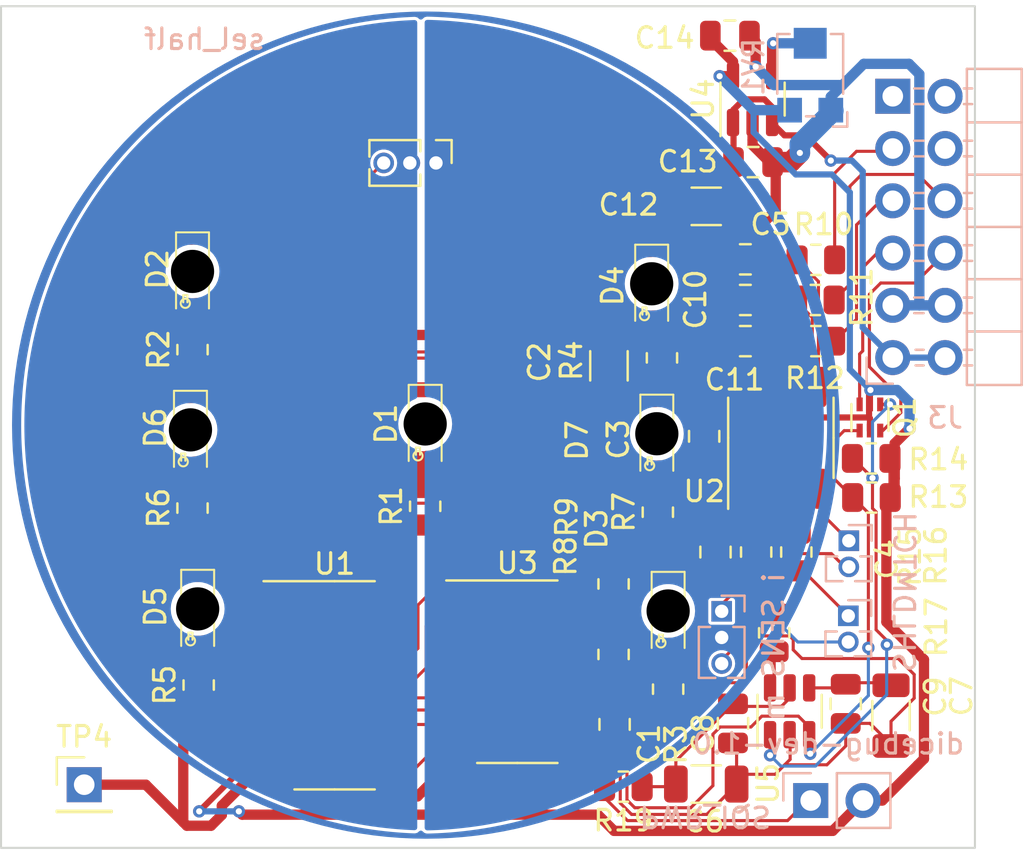
<source format=kicad_pcb>
(kicad_pcb (version 20221018) (generator pcbnew)
  (layers (0 "F.Cu" signal) (31 "B.Cu" signal) (34 "B.Paste" user) (35 "F.Paste" user) (36 "B.SilkS" user "B.Silkscreen") (37 "F.SilkS" user "F.Silkscreen") (38 "B.Mask" user) (39 "F.Mask" user) (44 "Edge.Cuts" user))
  (net 0 "")
  (net 1 "Net-(C1-Pad1)")
  (net 2 "GND")
  (net 3 "+3V0")
  (net 4 "Net-(JP2-B)")
  (net 5 "Net-(U2-CFG0)")
  (net 6 "Net-(U5-VREG)")
  (net 7 "Net-(U2-CFG1)")
  (net 8 "Net-(U2-CFG2)")
  (net 9 "+3V3")
  (net 10 "Net-(D1-A)")
  (net 11 "Net-(D2-A)")
  (net 12 "Net-(D3-A)")
  (net 13 "Net-(D4-A)")
  (net 14 "Net-(D5-A)")
  (net 15 "Net-(D6-K)")
  (net 16 "Net-(D6-A)")
  (net 17 "Net-(D7-A)")
  (net 18 "Net-(JP2-A)")
  (net 19 "/SENS_MTCH")
  (net 20 "Net-(JP3-C)")
  (net 21 "/SENS_IQS")
  (net 22 "Net-(JP4-A)")
  (net 23 "Net-(JP4-B)")
  (net 24 "Net-(Q1A-S)")
  (net 25 "Net-(J3-Pin_4)")
  (net 26 "Net-(J3-Pin_10)")
  (net 27 "Net-(Q1B-S)")
  (net 28 "Net-(R2-Pad1)")
  (net 29 "Net-(R4-Pad1)")
  (net 30 "Net-(U1-Q0)")
  (net 31 "Net-(R8-Pad2)")
  (net 32 "/CFG0")
  (net 33 "/CFG1")
  (net 34 "/CFG2")
  (net 35 "Net-(U2-CH0)")
  (net 36 "Net-(JP1-A)")
  (net 37 "Net-(U4-ADJ)")
  (net 38 "Net-(U1-CP)")
  (net 39 "Net-(U1-Q2)")
  (net 40 "Net-(U1-Q1)")
  (net 42 "Net-(U2-SHIELD)")
  (net 46 "Net-(U5-Cx)")
  (net 47 "Net-(U5-VDD)")
  (net 48 "Net-(JP5-C)")
  (footprint "Package_SO:SOIC-16_3.9x9.9mm_P1.27mm" (layer "F.Cu") (at 165.6 142.7)
    (fp_text reference "U1")
    (fp_text value "74LV163ADR")
  )
  (footprint "Capacitor_SMD:C_0805_2012Metric" (layer "F.Cu") (at 184.1 136.225 -90)
    (fp_text reference "C4")
    (fp_text value "100n")
  )
  (footprint "Capacitor_SMD:C_0805_2012Metric" (layer "F.Cu") (at 183.55 130.6 90)
    (fp_text reference "C3")
    (fp_text value "100n")
  )
  (footprint "proj_footprints:PointLED_reverse_mount" (layer "F.Cu") (at 158.7 122.5875 90)
    (fp_text reference "D2")
    (fp_text value "LA P47F")
  )
  (footprint "proj_footprints:PointLED_reverse_mount" (layer "F.Cu") (at 181.8 139.0875 90)
    (fp_text reference "D3")
    (fp_text value "LA P47F")
  )
  (footprint "Capacitor_SMD:C_0805_2012Metric" (layer "F.Cu") (at 190.425 143.6 -90)
    (fp_text reference "C9")
    (fp_text value "100p")
  )
  (footprint "Capacitor_SMD:C_1206_3216Metric" (layer "F.Cu") (at 192.625 144.175 -90)
    (fp_text reference "C7")
    (fp_text value "1u")
  )
  (footprint "Resistor_SMD:R_0805_2012Metric" (layer "F.Cu") (at 158.7 134.0875 90)
    (fp_text reference "R6")
    (fp_text value "2k8")
  )
  (footprint "Resistor_SMD:R_0805_2012Metric" (layer "F.Cu") (at 179.15 137.775 90)
    (fp_text reference "R9")
    (fp_text value "100k")
  )
  (footprint "Resistor_SMD:R_0805_2012Metric" (layer "F.Cu") (at 188.95 123.975)
    (fp_text reference "R11")
    (fp_text value "100k")
  )
  (footprint "Resistor_SMD:R_0805_2012Metric" (layer "F.Cu") (at 179.15 141.2 -90)
    (fp_text reference "R8")
    (fp_text value "100k")
  )
  (footprint "proj_footprints:PointLED_reverse_mount" (layer "F.Cu") (at 181.25 130.475 90)
    (fp_text reference "D7")
    (fp_text value "LA P47F")
  )
  (footprint "Resistor_SMD:R_0805_2012Metric" (layer "F.Cu") (at 158.7 126.3875 90)
    (fp_text reference "R2")
    (fp_text value "2k8")
  )
  (footprint "proj_footprints:PointLED_reverse_mount" (layer "F.Cu") (at 170 130 90)
    (fp_text reference "D1")
    (fp_text value "LA P47F")
  )
  (footprint "proj_footprints:PointLED_reverse_mount" (layer "F.Cu") (at 158.6 130.2875 90)
    (fp_text reference "D6")
    (fp_text value "LA P47F")
  )
  (footprint "Resistor_SMD:R_0805_2012Metric" (layer "F.Cu") (at 186.95 140.15 90)
    (fp_text reference "R17")
    (fp_text value "470")
  )
  (footprint "Resistor_SMD:R_0805_2012Metric" (layer "F.Cu") (at 181.8 142.8875 90)
    (fp_text reference "R3")
    (fp_text value "2k8")
  )
  (footprint "proj_footprints:PointLED_reverse_mount" (layer "F.Cu") (at 158.95 138.9875 90)
    (fp_text reference "D5")
    (fp_text value "LA P47F")
  )
  (footprint "Resistor_SMD:R_0805_2012Metric" (layer "F.Cu") (at 159 142.6875 90)
    (fp_text reference "R5")
    (fp_text value "2k8")
  )
  (footprint "Package_SO:SOIC-8_3.9x4.9mm_P1.27mm" (layer "F.Cu") (at 187.275 130.675 90)
    (fp_text reference "U2")
    (fp_text value "MTCH1010")
  )
  (footprint "Resistor_SMD:R_0805_2012Metric" (layer "F.Cu") (at 191.6625 131.675 180)
    (fp_text reference "R14")
    (fp_text value "100k")
  )
  (footprint "Capacitor_SMD:C_0805_2012Metric" (layer "F.Cu") (at 185.925 117.275)
    (fp_text reference "C13")
    (fp_text value "10n")
  )
  (footprint "Capacitor_SMD:C_0805_2012Metric" (layer "F.Cu") (at 185.55 123.975)
    (fp_text reference "C10")
    (fp_text value "10n")
  )
  (footprint "Resistor_SMD:R_0805_2012Metric" (layer "F.Cu") (at 181.3 134.2875 90)
    (fp_text reference "R7")
    (fp_text value "2k8")
  )
  (footprint "Capacitor_SMD:C_0805_2012Metric" (layer "F.Cu") (at 179.2 144.6 -90)
    (fp_text reference "C1")
    (fp_text value "10n")
  )
  (footprint "Resistor_SMD:R_0805_2012Metric" (layer "F.Cu") (at 179.625 147.625 180)
    (fp_text reference "R19")
    (fp_text value "40")
  )
  (footprint "Resistor_SMD:R_0805_2012Metric" (layer "F.Cu") (at 188.975 122.025)
    (fp_text reference "R10")
    (fp_text value "100k")
  )
  (footprint "Connector_PinHeader_2.54mm:PinHeader_1x01_P2.54mm_Vertical" (layer "F.Cu") (at 153.44 147.53)
    (fp_text reference "TP4")
    (fp_text value "TestPoint")
  )
  (footprint "Package_TO_SOT_SMD:SOT-23-5" (layer "F.Cu") (at 185.9 114.2125 90)
    (fp_text reference "U4")
    (fp_text value "MIC5205YM5")
  )
  (footprint "Connector_PinHeader_1.27mm:PinHeader_1x03_P1.27mm_Vertical" (layer "F.Cu") (at 170.525 117.315 -90)
    (fp_text reference "JP5" hide)
    (fp_text value "sel_half")
  )
  (footprint "proj_footprints:SOT-563-adjusted" (layer "F.Cu") (at 191.6 129.685 -90)
    (fp_text reference "Q1")
    (fp_text value "SSM6N35AFE")
  )
  (footprint "Capacitor_SMD:C_0805_2012Metric" (layer "F.Cu") (at 185.55 122)
    (fp_text reference "C5")
    (fp_text value "10n")
  )
  (footprint "Capacitor_SMD:C_1206_3216Metric" (layer "F.Cu") (at 183.65 119.425 180)
    (fp_text reference "C12")
    (fp_text value "1u")
  )
  (footprint "proj_footprints:PointLED_reverse_mount" (layer "F.Cu") (at 181 123.1875 90)
    (fp_text reference "D4")
    (fp_text value "LA P47F")
  )
  (footprint "Capacitor_SMD:C_1206_3216Metric" (layer "F.Cu") (at 178.925 127.175 90)
    (fp_text reference "C2")
    (fp_text value "1u")
  )
  (footprint "Capacitor_SMD:C_0805_2012Metric" (layer "F.Cu") (at 185.55 125.975)
    (fp_text reference "C11")
    (fp_text value "10n")
  )
  (footprint "Package_SO:SOIC-14_3.9x8.7mm_P1.27mm" (layer "F.Cu") (at 174.475 142.04)
    (fp_text reference "U3")
    (fp_text value "74HCS7266DR")
  )
  (footprint "Capacitor_SMD:C_0805_2012Metric" (layer "F.Cu") (at 184.95 144.55 -90)
    (fp_text reference "C8")
    (fp_text value "100p")
  )
  (footprint "Package_TO_SOT_SMD:SOT-23-6" (layer "F.Cu") (at 187.7 143.9625 90)
    (fp_text reference "U5")
    (fp_text value "iqs211a")
  )
  (footprint "Resistor_SMD:R_0805_2012Metric" (layer "F.Cu") (at 186.075 136.225 -90)
    (fp_text reference "R15")
    (fp_text value "100k")
  )
  (footprint "Resistor_SMD:R_0805_2012Metric" (layer "F.Cu") (at 181.5 126.7875 90)
    (fp_text reference "R4")
    (fp_text value "2k8")
  )
  (footprint "Resistor_SMD:R_0805_2012Metric" (layer "F.Cu") (at 191.675 133.575 180)
    (fp_text reference "R13")
    (fp_text value "100k")
  )
  (footprint "Resistor_SMD:R_0805_2012Metric" (layer "F.Cu") (at 170 134 90)
    (fp_text reference "R1")
    (fp_text value "2k8")
  )
  (footprint "Capacitor_SMD:C_1206_3216Metric" (layer "F.Cu") (at 183.65 147.5)
    (fp_text reference "C6")
    (fp_text value "1u")
  )
  (footprint "Resistor_SMD:R_0805_2012Metric" (layer "F.Cu") (at 188.975 125.975)
    (fp_text reference "R12")
    (fp_text value "100k")
  )
  (footprint "Resistor_SMD:R_0805_2012Metric" (layer "F.Cu") (at 188.025 136.225 -90)
    (fp_text reference "R16")
    (fp_text value "1k")
  )
  (footprint "Capacitor_SMD:C_0805_2012Metric" (layer "F.Cu") (at 184.8 111.13)
    (fp_text reference "C14")
    (fp_text value "1u")
  )
  (footprint "Potentiometer_SMD:Potentiometer_Bourns_TC33X_Vertical" (layer "B.Cu") (at 188.7 112.95 90)
    (fp_text reference "RV1")
    (fp_text value "100k")
  )
  (footprint "sensors:tp_end" (layer "B.Cu") (at 168.93 118.17 -90)
    (fp_text reference "TP3" hide)
    (fp_text value "Sensor")
  )
  (footprint "Connector_PinHeader_1.27mm:PinHeader_1x02_P1.27mm_Vertical" (layer "B.Cu") (at 190.575 135.675 180)
    (fp_text reference "JP2" hide)
    (fp_text value "MTCH")
  )
  (footprint "Connector_PinHeader_2.54mm:PinHeader_1x02_P2.54mm_Vertical" (layer "B.Cu") (at 188.725 148.3 -90)
    (fp_text reference "JP1" hide)
    (fp_text value "PWR_IQS")
  )
  (footprint "Connector_PinHeader_1.27mm:PinHeader_1x02_P1.27mm_Vertical" (layer "B.Cu") (at 190.55 139.325 180)
    (fp_text reference "JP4" hide)
    (fp_text value "SHLD")
  )
  (footprint "proj_footprints:PMOD_PinHeader_2x06_P2.54mm_Horizontal" (layer "B.Cu") (at 192.71 126.775)
    (fp_text reference "J3")
    (fp_text value "PMOD")
  )
  (footprint "sensors:tp_end" (layer "B.Cu") (at 180.6 142.225 180)
    (fp_text reference "TP1" hide)
    (fp_text value "Sensor")
  )
  (footprint "sensors:tp_end" (layer "B.Cu") (at 187.4 139.9 180)
    (fp_text reference "TP2" hide)
    (fp_text value "Shield")
  )
  (footprint "Connector_PinHeader_1.27mm:PinHeader_1x03_P1.27mm_Vertical" (layer "B.Cu") (at 184.4 139.105 180)
    (fp_text reference "JP3" hide)
    (fp_text value "i SENS m")
  )
  (gr_rect (start 149.4 109.7) (end 196.7 150.6) (stroke (width 0.1)) (fill none) (layer "Edge.Cuts"))
  (gr_text "dicebug-dev-1.0" (at 196.275 146.125) (layer "B.SilkS") (effects (font (size 1 1) (thickness 0.153)) (justify left bottom mirror)))
  (segment (start 177.755 140.77) (end 178.275 140.25) (width 0.15) (layer "F.Cu") (net 1))
  (segment (start 180.25 142.6) (end 180.25 141.2) (width 0.15) (layer "F.Cu") (net 1))
  (segment (start 176.95 140.77) (end 177.755 140.77) (width 0.15) (layer "F.Cu") (net 1))
  (segment (start 179.15 140.25) (end 179.175 140.275) (width 0.15) (layer "F.Cu") (net 1))
  (segment (start 179.2 143.65) (end 180.25 142.6) (width 0.15) (layer "F.Cu") (net 1))
  (segment (start 180.25 141.2) (end 179.3 140.25) (width 0.15) (layer "F.Cu") (net 1))
  (segment (start 178.275 140.25) (end 179.15 140.25) (width 0.15) (layer "F.Cu") (net 1))
  (segment (start 181.45 137.5335) (end 181.45 137.3) (width 0.5) (layer "F.Cu") (net 2))
  (segment (start 185.9 116.45) (end 187.025 117.575) (width 0.5) (layer "F.Cu") (net 2))
  (segment (start 176.325 125.475) (end 178.625 125.475) (width 0.15) (layer "F.Cu") (net 2))
  (segment (start 173.1 146.7) (end 178.1 146.7) (width 0.15) (layer "F.Cu") (net 2))
  (segment (start 165.95 128.5) (end 165.85 128.5) (width 0.15) (layer "F.Cu") (net 2))
  (segment (start 158.25 145) (end 158.25 149.35) (width 0.5) (layer "F.Cu") (net 2))
  (segment (start 167.55 128.5) (end 165.95 128.5) (width 0.15) (layer "F.Cu") (net 2))
  (segment (start 165.575 147.15) (end 166.525 148.1) (width 0.5) (layer "F.Cu") (net 2))
  (segment (start 158.35 121.0335) (end 161.0585 121.0335) (width 0.5) (layer "F.Cu") (net 2))
  (segment (start 157.8165 121.0335) (end 158.1 120.75) (width 0.5) (layer "F.Cu") (net 2))
  (segment (start 187 147.025) (end 187.4625 146.5625) (width 0.15) (layer "F.Cu") (net 2))
  (segment (start 189.5125 146.5625) (end 190.425 145.65) (width 0.15) (layer "F.Cu") (net 2))
  (segment (start 176.325 125.475) (end 180.05 121.75) (width 0.15) (layer "F.Cu") (net 2))
  (segment (start 178.625 125.475) (end 178.925 125.775) (width 0.15) (layer "F.Cu") (net 2))
  (segment (start 157.4 138) (end 157.725 137.675) (width 0.15) (layer "F.Cu") (net 2))
  (segment (start 158.7125 137.4375) (end 158.7125 137.2875) (width 0.15) (layer "F.Cu") (net 2))
  (segment (start 176.55 125.675) (end 178.825 125.675) (width 0.5) (layer "F.Cu") (net 2))
  (segment (start 160.125 149) (end 160.125 148.55) (width 0.5) (layer "F.Cu") (net 2))
  (segment (start 170.425 128.225) (end 169.4 128.225) (width 0.5) (layer "F.Cu") (net 2))
  (segment (start 158.425 149.525) (end 159.6 149.525) (width 0.5) (layer "F.Cu") (net 2))
  (segment (start 160.4 133.95) (end 156.55 133.95) (width 0.15) (layer "F.Cu") (net 2))
  (segment (start 181.45 137.3) (end 183.5 137.3) (width 0.5) (layer "F.Cu") (net 2))
  (segment (start 183.45 142.325) (end 183.7 142.575) (width 0.15) (layer "F.Cu") (net 2))
  (segment (start 157.7335 137.1835) (end 157.4835 137.4335) (width 0.5) (layer "F.Cu") (net 2))
  (segment (start 183.675 148.975) (end 180.025 148.975) (width 0.15) (layer "F.Cu") (net 2))
  (segment (start 184.6 125.975) (end 185.275 126.65) (width 0.15) (layer "F.Cu") (net 2))
  (segment (start 181.45 137.5335) (end 183.7415 137.5335) (width 0.5) (layer "F.Cu") (net 2))
  (segment (start 187.875 140.475) (end 187.875 140.975) (width 0.15) (layer "F.Cu") (net 2))
  (segment (start 158.1 120.75) (end 160.9 120.75) (width 0.5) (layer "F.Cu") (net 2))
  (segment (start 160.9625 144.5375) (end 162.175 143.325) (width 0.5) (layer "F.Cu") (net 2))
  (segment (start 157.4 144) (end 157.4 138) (width 0.15) (layer "F.Cu") (net 2))
  (segment (start 191.6 144.55) (end 192.675 145.625) (width 0.15) (layer "F.Cu") (net 2))
  (segment (start 159.3415 137.1835) (end 159.3415 137.4415) (width 0.5) (layer "F.Cu") (net 2))
  (segment (start 178.925 125.7) (end 178.925 125.775) (width 0.15) (layer "F.Cu") (net 2))
  (segment (start 158.25 149.35) (end 158.425 149.525) (width 0.5) (layer "F.Cu") (net 2))
  (segment (start 185.125 147.5) (end 185.125 145.65) (width 0.15) (layer "F.Cu") (net 2))
  (segment (start 185.075 147.575) (end 183.675 148.975) (width 0.15) (layer "F.Cu") (net 2))
  (segment (start 169.625 148.1) (end 171.9 145.825) (width 0.5) (layer "F.Cu") (net 2))
  (segment (start 185.225 142.575) (end 185.6 142.2) (width 0.15) (layer "F.Cu") (net 2))
  (segment (start 159.3415 137.1835) (end 157.7335 137.1835) (width 0.5) (layer "F.Cu") (net 2))
  (segment (start 183.7 142.575) (end 185.225 142.575) (width 0.15) (layer "F.Cu") (net 2))
  (segment (start 186.875 117.275) (end 187.75 117.275) (width 1) (layer "F.Cu") (net 2))
  (segment (start 180.025 148.975) (end 179.475 148.425) (width 0.15) (layer "F.Cu") (net 2))
  (segment (start 179.2 145.55) (end 178.05 146.7) (width 0.3) (layer "F.Cu") (net 2))
  (segment (start 160.9 120.75) (end 164.53 120.75) (width 0.15) (layer "F.Cu") (net 2))
  (segment (start 170.571 128.371) (end 170.425 128.225) (width 0.5) (layer "F.Cu") (net 2))
  (segment (start 158.7125 144.5375) (end 160.9625 144.5375) (width 0.5) (layer "F.Cu") (net 2))
  (segment (start 156.55 134.4) (end 156.55 136.5) (width 0.15) (layer "F.Cu") (net 2))
  (segment (start 176.55 125.675) (end 176.55 125) (width 0.5) (layer "F.Cu") (net 2))
  (segment (start 166.525 148.1) (end 169.625 148.1) (width 0.5) (layer "F.Cu") (net 2))
  (segment (start 186.05 112.64) (end 186.05 111.43) (width 0.5) (layer "F.Cu") (net 2))
  (segment (start 158.35 121.0375) (end 161.1875 121.0375) (width 0.15) (layer "F.Cu") (net 2))
  (segment (start 183.5 137.3) (end 183.575 137.225) (width 0.5) (layer "F.Cu") (net 2))
  (segment (start 185.125 145.65) (end 184.925 145.45) (width 0.15) (layer "F.Cu") (net 2))
  (segment (start 157.1375 137.0875) (end 156.55 136.5) (width 0.5) (layer "F.Cu") (net 2))
  (segment (start 183.55 129.65) (end 184.925 128.275) (width 0.15) (layer "F.Cu") (net 2))
  (segment (start 157.725 137.675) (end 157.95 137.45) (width 0.15) (layer "F.Cu") (net 2))
  (segment (start 183.7415 137.5335) (end 184.05 137.225) (width 0.5) (layer "F.Cu") (net 2))
  (segment (start 158.05 144.65) (end 157.4 144) (width 0.3) (layer "F.Cu") (net 2))
  (segment (start 172.725 146.7) (end 172.125 146.1) (width 0.3) (layer "F.Cu") (net 2))
  (segment (start 192.625 144.45) (end 192.625 145.65) (width 0.15) (layer "F.Cu") (net 2))
  (segment (start 187.4625 146.5625) (end 189.5125 146.5625) (width 0.15) (layer "F.Cu") (net 2))
  (segment (start 161.0585 121.0335) (end 165.7 125.675) (width 0.5) (layer "F.Cu") (net 2))
  (segment (start 158.6 137.4375) (end 158.7125 137.4375) (width 0.15) (layer "F.Cu") (net 2))
  (segment (start 180.65 121.6335) (end 184.2335 121.6335) (width 0.5) (layer "F.Cu") (net 2))
  (segment (start 183.45 138.1) (end 183.45 137.85) (width 0.15) (layer "F.Cu") (net 2))
  (segment (start 172.85 146.7) (end 173.1 146.7) (width 0.15) (layer "F.Cu") (net 2))
  (segment (start 179.2 145.55) (end 177.95 146.8) (width 0.15) (layer "F.Cu") (net 2))
  (segment (start 161.1875 121.0375) (end 165.7 125.55) (width 0.15) (layer "F.Cu") (net 2))
  (segment (start 184.925 128.275) (end 185.25 128.275) (width 0.15) (layer "F.Cu") (net 2))
  (segment (start 162.175 143.325) (end 163.175 143.325) (width 0.5) (layer "F.Cu") (net 2))
  (segment (start 180.05 121.75) (end 180.65 121.75) (width 0.15) (layer "F.Cu") (net 2))
  (segment (start 158.6 137.4335) (end 157.4835 137.4335) (width 0.5) (layer "F.Cu") (net 2))
  (segment (start 185.9 115.35) (end 185.9 116.2) (width 0.5) (layer "F.Cu") (net 2))
  (segment (start 158.35 121.0335) (end 157.8165 121.0335) (width 0.5) (layer "F.Cu") (net 2))
  (segment (start 190.425 144.55) (end 191.6 144.55) (width 0.15) (layer "F.Cu") (net 2))
  (segment (start 158.25 145) (end 158.7125 144.5375) (width 0.5) (layer "F.Cu") (net 2))
  (segment (start 186.05 111.43) (end 185.7 111.08) (width 0.5) (layer "F.Cu") (net 2))
  (segment (start 193.75 142.175) (end 193.75 143.325) (width 0.15) (layer "F.Cu") (net 2))
  (segment (start 157.225 143.975) (end 158.25 145) (width 0.5) (layer "F.Cu") (net 2))
  (segment (start 185.6 147.025) (end 187 147.025) (width 0.15) (layer "F.Cu") (net 2))
  (segment (start 184.7 122.125) (end 184.7 126.1) (width 0.15) (layer "F.Cu") (net 2))
  (segment (start 183.45 138.1) (end 183.45 142.325) (width 0.15) (layer "F.Cu") (net 2))
  (segment (start 185.125 147.5) (end 185.6 147.025) (width 0.15) (layer "F.Cu") (net 2))
  (segment (start 160.125 148.55) (end 161.525 147.15) (width 0.5) (layer "F.Cu") (net 2))
  (segment (start 184.2335 121.6335) (end 184.65 122.05) (width 0.5) (layer "F.Cu") (net 2))
  (segment (start 178.05 146.7) (end 172.725 146.7) (width 0.3) (layer "F.Cu") (net 2))
  (segment (start 180.3375 121.2125) (end 184.3875 121.2125) (width 0.5) (layer "F.Cu") (net 2))
  (segment (start 176.25 125.55) (end 176.325 125.475) (width 0.15) (layer "F.Cu") (net 2))
  (segment (start 165.7 125.55) (end 176.25 125.55) (width 0.15) (layer "F.Cu") (net 2))
  (segment (start 158.35 121.0375) (end 157.8125 121.0375) (width 0.15) (layer "F.Cu") (net 2))
  (segment (start 185.6 142.2) (end 185.6 140.95) (width 0.15) (layer "F.Cu") (net 2))
  (segment (start 187.4625 146.5625) (end 187.725 146.3) (width 0.15) (layer "F.Cu") (net 2))
  (segment (start 156.43 147.53) (end 158.25 149.35) (width 0.5) (layer "F.Cu") (net 2))
  (segment (start 165.7 125.675) (end 176.55 125.675) (width 0.5) (layer "F.Cu") (net 2))
  (segment (start 161.525 147.15) (end 165.575 147.15) (width 0.5) (layer "F.Cu") (net 2))
  (segment (start 176.55 125) (end 180.3375 121.2125) (width 0.5) (layer "F.Cu") (net 2))
  (segment (start 187.725 146.3) (end 187.725 145.175) (width 0.15) (layer "F.Cu") (net 2))
  (segment (start 187.025 119.625) (end 184.6 122.05) (width 0.5) (layer "F.Cu") (net 2))
  (segment (start 157.95 137.45) (end 158.7 137.45) (width 0.15) (layer "F.Cu") (net 2))
  (segment (start 172.05 145.9) (end 172.85 146.7) (width 0.15) (layer "F.Cu") (net 2))
  (segment (start 183.45 137.85) (end 184.1 137.2) (width 0.15) (layer "F.Cu") (net 2))
  (segment (start 157.8165 121.0335) (end 156.55 122.3) (width 0.5) (layer "F.Cu") (net 2))
  (segment (start 180.925 120.625) (end 182.225 119.325) (width 0.5) (layer "F.Cu") (net 2))
  (segment (start 169.65 128.446) (end 169.346 128.446) (width 0.5) (layer "F.Cu") (net 2))
  (segment (start 192.975 141.4) (end 193.75 142.175) (width 0.15) (layer "F.Cu") (net 2))
  (segment (start 153.44 147.53) (end 156.43 147.53) (width 0.5) (layer "F.Cu") (net 2))
  (segment (start 180.65 120.9) (end 180.925 120.625) (width 0.5) (layer "F.Cu") (net 2))
  (segment (start 164.53 120.75) (end 168 117.28) (width 0.15) (layer "F.Cu") (net 2))
  (segment (start 184.3875 121.2125) (end 184.675 121.5) (width 0.5) (layer "F.Cu") (net 2))
  (segment (start 187.875 140.975) (end 188.3 141.4) (width 0.15) (layer "F.Cu") (net 2))
  (segment (start 186.25 140.3) (end 187.7 140.3) (width 0.15) (layer "F.Cu") (net 2))
  (segment (start 157.225 137.175) (end 157.225 143.975) (width 0.5) (layer "F.Cu") (net 2))
  (segment (start 159.0915 137.4335) (end 159.3415 137.1835) (width 0.5) (layer "F.Cu") (net 2))
  (segment (start 156.55 122.3) (end 156.55 136.5) (width 0.5) (layer "F.Cu") (net 2))
  (segment (start 157.4835 137.4335) (end 157.1375 137.0875) (width 0.5) (layer "F.Cu") (net 2))
  (segment (start 178.1 146.7) (end 179.5 145.3) (width 0.15) (layer "F.Cu") (net 2))
  (segment (start 156.55 136.5) (end 157.725 137.675) (width 0.15) (layer "F.Cu") (net 2))
  (segment (start 190.425 145.65) (end 190.425 144.55) (width 0.15) (layer "F.Cu") (net 2))
  (segment (start 185.6 140.95) (end 186.25 140.3) (width 0.15) (layer "F.Cu") (net 2))
  (segment (start 179.475 148.425) (end 179.475 145.675) (width 0.15) (layer "F.Cu") (net 2))
  (segment (start 184.2085 121.6335) (end 184.7 122.125) (width 0.15) (layer "F.Cu") (net 2))
  (segment (start 165.85 128.5) (end 160.4 133.95) (width 0.15) (layer "F.Cu") (net 2))
  (segment (start 170.571 128.446) (end 170.571 128.371) (width 0.5) (layer "F.Cu") (net 2))
  (segment (start 157.4835 137.4335) (end 159.0915 137.4335) (width 0.5) (layer "F.Cu") (net 2))
  (segment (start 182.8875 137.5375) (end 183.45 138.1) (width 0.15) (layer "F.Cu") (net 2))
  (segment (start 187.7 140.3) (end 187.875 140.475) (width 0.15) (layer "F.Cu") (net 2))
  (segment (start 167.55 128.5) (end 169.55 128.5) (width 0.15) (layer "F.Cu") (net 2))
  (segment (start 180.65 121.6335) (end 180.65 120.9) (width 0.5) (layer "F.Cu") (net 2))
  (segment (start 185.275 126.65) (end 185.275 128.2) (width 0.15) (layer "F.Cu") (net 2))
  (segment (start 181.45 137.5375) (end 182.8875 137.5375) (width 0.15) (layer "F.Cu") (net 2))
  (segment (start 187.75 117.275) (end 188.196815 116.828185) (width 1) (layer "F.Cu") (net 2))
  (segment (start 157.1375 137.0875) (end 157.225 137.175) (width 0.5) (layer "F.Cu") (net 2))
  (segment (start 188.3 141.4) (end 192.975 141.4) (width 0.15) (layer "F.Cu") (net 2))
  (segment (start 185.9 116.2) (end 185.9 116.45) (width 0.5) (layer "F.Cu") (net 2))
  (segment (start 193.75 143.325) (end 192.625 144.45) (width 0.15) (layer "F.Cu") (net 2))
  (segment (start 180.65 121.6335) (end 184.2085 121.6335) (width 0.15) (layer "F.Cu") (net 2))
  (segment (start 187.025 117.575) (end 187.025 119.625) (width 0.5) (layer "F.Cu") (net 2))
  (segment (start 169.65 128.446) (end 170.571 128.446) (width 0.5) (layer "F.Cu") (net 2))
  (segment (start 180.3375 121.2125) (end 180.925 120.625) (width 0.5) (layer "F.Cu") (net 2))
  (segment (start 156.55 133.95) (end 156.55 134.4) (width 0.15) (layer "F.Cu") (net 2))
  (segment (start 159.6 149.525) (end 160.125 149) (width 0.5) (layer "F.Cu") (net 2))
  (via (at 186.05 112.64) (size 0.6) (drill 0.3) (layers "F.Cu" "B.Cu") (net 2))
  (via (at 188.196815 116.828185) (size 0.6) (drill 0.3) (layers "F.Cu" "B.Cu") (net 2))
  (segment (start 189.7 114.75) (end 189.7 114.9) (width 0.5) (layer "B.Cu") (net 2))
  (segment (start 189.7 114.9) (end 188.4 116.2) (width 0.5) (layer "B.Cu") (net 2))
  (segment (start 193.5 112.5) (end 194 113) (width 0.5) (layer "B.Cu") (net 2))
  (segment (start 191.3 112.5) (end 193.5 112.5) (width 0.5) (layer "B.Cu") (net 2))
  (segment (start 190.27 113.53) (end 186.94 113.53) (width 0.5) (layer "B.Cu") (net 2))
  (segment (start 195.25 124.235) (end 194 124.235) (width 0.5) (layer "B.Cu") (net 2))
  (segment (start 190.27 113.53) (end 191.3 112.5) (width 0.5) (layer "B.Cu") (net 2))
  (segment (start 194 124.235) (end 192.765 124.235) (width 0.5) (layer "B.Cu") (net 2))
  (segment (start 188.196815 116.828185) (end 188.196815 116.403185) (width 1) (layer "B.Cu") (net 2))
  (segment (start 194 124.235) (end 194 113) (width 0.5) (layer "B.Cu") (net 2))
  (segment (start 188.196815 116.403185) (end 189.825 114.775) (width 1) (layer "B.Cu") (net 2))
  (segment (start 186.94 113.53) (end 186.05 112.64) (width 0.5) (layer "B.Cu") (net 2))
  (segment (start 189.7 114.1) (end 190.27 113.53) (width 0.5) (layer "B.Cu") (net 2))
  (segment (start 189.7 114.75) (end 189.7 114.1) (width 0.5) (layer "B.Cu") (net 2))
  (segment (start 183.55 131.55) (end 184.925 131.55) (width 0.3) (layer "F.Cu") (net 3))
  (segment (start 192.575 131.675) (end 192.575 133.5) (width 0.15) (layer "F.Cu") (net 3))
  (segment (start 167.945 138.255) (end 168.05 138.15) (width 0.15) (layer "F.Cu") (net 3))
  (segment (start 164.95 143.25) (end 163.75 142.05) (width 0.15) (layer "F.Cu") (net 3))
  (segment (start 194.225 141.45) (end 192.4 139.625) (width 0.5) (layer "F.Cu") (net 3))
  (segment (start 178.28 136.9) (end 179.075 136.9) (width 0.15) (layer "F.Cu") (net 3))
  (segment (start 164.95 143.25) (end 164.95 145.825) (width 0.3) (layer "F.Cu") (net 3))
  (segment (start 192.8 132.65) (end 192.8 131.675) (width 0.5) (layer "F.Cu") (net 3))
  (segment (start 182.2 135.2) (end 183.55 133.85) (width 0.3) (layer "F.Cu") (net 3))
  (segment (start 192.8 131.675) (end 192.5 131.375) (width 0.5) (layer "F.Cu") (net 3))
  (segment (start 163.125 144.605) (end 163.125 145.225) (width 0.3) (layer "F.Cu") (net 3))
  (segment (start 184.925 131.55) (end 185.4 132.025) (width 0.3) (layer "F.Cu") (net 3))
  (segment (start 163.125 141.6) (end 163.125 141.975) (width 0.3) (layer "F.Cu") (net 3))
  (segment (start 163.125 145.225) (end 163.125 145.8) (width 0.3) (layer "F.Cu") (net 3))
  (segment (start 163.675 141.975) (end 164.95 143.25) (width 0.3) (layer "F.Cu") (net 3))
  (segment (start 192.575 133.5) (end 192.6 133.525) (width 0.15) (layer "F.Cu") (net 3))
  (segment (start 161.7 135) (end 162.2 135) (width 0.15) (layer "F.Cu") (net 3))
  (segment (start 163.125 140.795) (end 163.125 141.4) (width 0.3) (layer "F.Cu") (net 3))
  (segment (start 184.95 112.39) (end 183.82 111.26) (width 0.5) (layer "F.Cu") (net 3))
  (segment (start 163.05 135.85) (end 163.05 138.2) (width 0.15) (layer "F.Cu") (net 3))
  (segment (start 191.558 128.417) (end 191.625 128.35) (width 0.3) (layer "F.Cu") (net 3))
  (segment (start 161.375 140.425) (end 161.725 140.775) (width 0.3) (layer "F.Cu") (net 3))
  (segment (start 191.558 129.685) (end 191.558 128.417) (width 0.3) (layer "F.Cu") (net 3))
  (segment (start 185.4 132.025) (end 185.4 132.75) (width 0.3) (layer "F.Cu") (net 3))
  (segment (start 180.8375 135.175) (end 181.4 135.175) (width 0.15) (layer "F.Cu") (net 3))
  (segment (start 163.125 145.875) (end 163.125 144.425) (width 0.15) (layer "F.Cu") (net 3))
  (segment (start 161.375 138.95) (end 161.375 140.425) (width 0.3) (layer "F.Cu") (net 3))
  (segment (start 164.95 145.875) (end 164.95 145.825) (width 0.15) (layer "F.Cu") (net 3))
  (segment (start 161.725 140.775) (end 163.15 140.775) (width 0.3) (layer "F.Cu") (net 3))
  (segment (start 164.875 145.875) (end 162.725 145.875) (width 0.15) (layer "F.Cu") (net 3))
  (segment (start 178.925 128.65) (end 178.925 136.6) (width 0.3) (layer "F.Cu") (net 3))
  (segment (start 161.1125 148.9875) (end 160.95 148.825) (width 0.5) (layer "F.Cu") (net 3))
  (segment (start 184.95 113.075) (end 184.95 112.39) (width 0.5) (layer "F.Cu") (net 3))
  (segment (start 176.95 138.23) (end 178.28 136.9) (width 0.15) (layer "F.Cu") (net 3))
  (segment (start 189.79 149.775) (end 179.175 149.775) (width 0.5) (layer "F.Cu") (net 3))
  (segment (start 192.8 130.95) (end 193.525 130.225) (width 0.5) (layer "F.Cu") (net 3))
  (segment (start 162.2 135) (end 163.05 135.85) (width 0.15) (layer "F.Cu") (net 3))
  (segment (start 164.95 145.875) (end 164.875 145.875) (width 0.15) (layer "F.Cu") (net 3))
  (segment (start 179.175 149.775) (end 178.3875 148.9875) (width 0.5) (layer "F.Cu") (net 3))
  (segment (start 192.4 139.625) (end 192.4 133.9) (width 0.5) (layer "F.Cu") (net 3))
  (segment (start 192.8 133.5) (end 192.8 132.65) (width 0.5) (layer "F.Cu") (net 3))
  (segment (start 191.6 129.727) (end 191.558 129.685) (width 0.3) (layer "F.Cu") (net 3))
  (segment (start 163.125 141.4) (end 163.125 141.6) (width 0.3) (layer "F.Cu") (net 3))
  (segment (start 158.7 135) (end 161.7 135) (width 0.15) (layer "F.Cu") (net 3))
  (segment (start 191.6 129.05) (end 191.6 128.375) (width 0.3) (layer "F.Cu") (net 3))
  (segment (start 163.125 138.255) (end 162.07 138.255) (width 0.3) (layer "F.Cu") (net 3))
  (segment (start 192.8 132.65) (end 192.8 130.95) (width 0.5) (layer "F.Cu") (net 3))
  (segment (start 191.265 148.3) (end 189.79 149.775) (width 0.5) (layer "F.Cu") (net 3))
  (segment (start 187.74 129.685) (end 191.558 129.685) (width 0.3) (layer "F.Cu") (net 3))
  (segment (start 191.6 130.32) (end 191.6 129.727) (width 0.3) (layer "F.Cu") (net 3))
  (segment (start 193.925 146.575) (end 194.225 146.275) (width 0.5) (layer "F.Cu") (net 3))
  (segment (start 162.625 145.225) (end 159.025 148.825) (width 0.3) (layer "F.Cu") (net 3))
  (segment (start 178.3875 148.9875) (end 161.1125 148.9875) (width 0.5) (layer "F.Cu") (net 3))
  (segment (start 192.2 148.3) (end 193.925 146.575) (width 0.5) (layer "F.Cu") (net 3))
  (segment (start 191.6 128.375) (end 191.625 128.35) (width 0.3) (layer "F.Cu") (net 3))
  (segment (start 194.225 146.275) (end 194.225 141.45) (width 0.5) (layer "F.Cu") (net 3))
  (segment (start 168.075 145.875) (end 164.95 145.875) (width 0.15) (layer "F.Cu") (net 3))
  (segment (start 163.125 145.875) (end 168.175 145.875) (width 0.3) (layer "F.Cu") (net 3))
  (segment (start 178.925 136.6) (end 179.225 136.9) (width 0.3) (layer "F.Cu") (net 3))
  (segment (start 192.4 133.9) (end 192.8 133.5) (width 0.5) (layer "F.Cu") (net 3))
  (segment (start 162.07 138.255) (end 161.375 138.95) (width 0.3) (layer "F.Cu") (net 3))
  (segment (start 191.265 148.3) (end 192.2 148.3) (width 0.5) (layer "F.Cu") (net 3))
  (segment (start 163.125 145.225) (end 162.625 145.225) (width 0.3) (layer "F.Cu") (net 3))
  (segment (start 163.125 138.255) (end 167.945 138.255) (width 0.15) (layer "F.Cu") (net 3))
  (segment (start 184.3 113.1) (end 184.9 113.1) (width 0.5) (layer "F.Cu") (net 3))
  (segment (start 179.15 136.8625) (end 180.8375 135.175) (width 0.15) (layer "F.Cu") (net 3))
  (segment (start 181.3 135.2) (end 182.2 135.2) (width 0.3) (layer "F.Cu") (net 3))
  (segment (start 163.125 141.975) (end 163.675 141.975) (width 0.3) (layer "F.Cu") (net 3))
  (segment (start 163.125 142.065) (end 163.125 140.775) (width 0.15) (layer "F.Cu") (net 3))
  (segment (start 183.55 133.85) (end 183.55 131.525) (width 0.3) (layer "F.Cu") (net 3))
  (segment (start 185.4 132.025) (end 187.74 129.685) (width 0.3) (layer "F.Cu") (net 3))
  (via (at 160.95 148.825) (size 0.6) (drill 0.3) (layers "F.Cu" "B.Cu") (net 3))
  (via (at 193.525 130.225) (size 0.6) (drill 0.3) (layers "F.Cu" "B.Cu") (net 3))
  (via (at 191.625 128.35) (size 0.6) (drill 0.3) (layers "F.Cu" "B.Cu") (net 3))
  (via (at 184.3 113.1) (size 0.6) (drill 0.3) (layers "F.Cu" "B.Cu") (net 3))
  (via (at 159.025 148.825) (size 0.6) (drill 0.3) (layers "F.Cu" "B.Cu") (net 3))
  (segment (start 159.025 148.825) (end 160.95 148.825) (width 0.3) (layer "B.Cu") (net 3))
  (segment (start 190.625 127.35) (end 190.625 118.75) (width 0.3) (layer "B.Cu") (net 3))
  (segment (start 190.625 118.75) (end 189.75 117.875) (width 0.3) (layer "B.Cu") (net 3))
  (segment (start 191.625 128.35) (end 190.625 127.35) (width 0.3) (layer "B.Cu") (net 3))
  (segment (start 193.525 130.225) (end 193.525 128.95) (width 0.5) (layer "B.Cu") (net 3))
  (segment (start 193.525 128.95) (end 192.925 128.35) (width 0.5) (layer "B.Cu") (net 3))
  (segment (start 185.95 114.75) (end 184.3 113.1) (width 0.5) (layer "B.Cu") (net 3))
  (segment (start 192.925 128.35) (end 191.625 128.35) (width 0.5) (layer "B.Cu") (net 3))
  (segment (start 189.75 117.875) (end 188 117.875) (width 0.3) (layer "B.Cu") (net 3))
  (segment (start 188 117.875) (end 185.95 115.825) (width 0.3) (layer "B.Cu") (net 3))
  (segment (start 187.7 114.75) (end 185.95 114.75) (width 0.5) (layer "B.Cu") (net 3))
  (segment (start 185.95 115.825) (end 185.95 114.75) (width 0.3) (layer "B.Cu") (net 3))
  (segment (start 178.7 138.8) (end 178.8 138.7) (width 0.15) (layer "F.Cu") (net 4))
  (segment (start 178.8 138.7) (end 179.175 138.7) (width 0.15) (layer "F.Cu") (net 4))
  (segment (start 179.175 138.7) (end 179.15 138.7) (width 0.15) (layer "F.Cu") (net 4))
  (segment (start 180.65 137.95) (end 180.65 137.175) (width 0.15) (layer "F.Cu") (net 4))
  (segment (start 178 139.5) (end 178.7 138.8) (width 0.15) (layer "F.Cu") (net 4))
  (segment (start 179.9125 138.6875) (end 180.65 137.95) (width 0.15) (layer "F.Cu") (net 4))
  (segment (start 181 136.825) (end 182.875 136.825) (width 0.15) (layer "F.Cu") (net 4))
  (segment (start 176.95 139.5) (end 178 139.5) (width 0.15) (layer "F.Cu") (net 4))
  (segment (start 182.875 136.825) (end 183.4 136.3) (width 0.15) (layer "F.Cu") (net 4))
  (segment (start 179.15 138.6875) (end 179.9125 138.6875) (width 0.15) (layer "F.Cu") (net 4))
  (segment (start 180.65 137.175) (end 181 136.825) (width 0.15) (layer "F.Cu") (net 4))
  (segment (start 189.725 136.3) (end 190.425 137) (width 0.15) (layer "F.Cu") (net 4))
  (segment (start 183.4 136.3) (end 189.725 136.3) (width 0.15) (layer "F.Cu") (net 4))
  (segment (start 184.125 135.575) (end 184.125 135.3) (width 0.15) (layer "F.Cu") (net 4))
  (segment (start 183.4 136.3) (end 184.125 135.575) (width 0.15) (layer "F.Cu") (net 4))
  (segment (start 189.1 128.1) (end 189.2 128.2) (width 0.15) (layer "F.Cu") (net 5))
  (segment (start 189.1 123.075) (end 189.1 128.1) (width 0.15) (layer "F.Cu") (net 5))
  (segment (start 186.5 122) (end 188.025 122) (width 0.15) (layer "F.Cu") (net 5))
  (segment (start 188.025 122) (end 189.1 123.075) (width 0.15) (layer "F.Cu") (net 5))
  (segment (start 192.475 142.575) (end 192.6 142.7) (width 0.15) (layer "F.Cu") (net 6))
  (segment (start 188.65 142.825) (end 190.275 142.825) (width 0.15) (layer "F.Cu") (net 6))
  (segment (start 190.275 142.825) (end 190.525 142.575) (width 0.15) (layer "F.Cu") (net 6))
  (segment (start 190.525 142.575) (end 192.475 142.575) (width 0.15) (layer "F.Cu") (net 6))
  (segment (start 188.025 124.05) (end 186.55 124.05) (width 0.15) (layer "F.Cu") (net 7))
  (segment (start 187.91 128.2) (end 187.91 127.515) (width 0.15) (layer "F.Cu") (net 7))
  (segment (start 188.8 126.625) (end 188.8 124.825) (width 0.15) (layer "F.Cu") (net 7))
  (segment (start 187.91 127.515) (end 188.8 126.625) (width 0.15) (layer "F.Cu") (net 7))
  (segment (start 188.8 124.825) (end 188.025 124.05) (width 0.15) (layer "F.Cu") (net 7))
  (segment (start 188.0625 125.975) (end 186.55 125.975) (width 0.15) (layer "F.Cu") (net 8))
  (segment (start 186.55 128.1) (end 186.65 128.2) (width 0.15) (layer "F.Cu") (net 8))
  (segment (start 186.55 125.975) (end 186.55 128.1) (width 0.15) (layer "F.Cu") (net 8))
  (segment (start 187.45 115.975) (end 186.925 115.45) (width 0.3) (layer "F.Cu") (net 9))
  (segment (start 186.475 114.225) (end 185.475 114.225) (width 0.3) (layer "F.Cu") (net 9))
  (segment (start 188.475 115.975) (end 189.7 117.2) (width 0.3) (layer "F.Cu") (net 9))
  (segment (start 184.975 119.35) (end 185.2 119.575) (width 0.3) (layer "F.Cu") (net 9))
  (segment (start 186.925 115.45) (end 186.925 114.675) (width 0.3) (layer "F.Cu") (net 9))
  (segment (start 184.975 114.725) (end 184.975 119.35) (width 0.3) (layer "F.Cu") (net 9))
  (segment (start 186.925 114.675) (end 186.475 114.225) (width 0.3) (layer "F.Cu") (net 9))
  (segment (start 185.475 114.225) (end 184.975 114.725) (width 0.3) (layer "F.Cu") (net 9))
  (segment (start 187.45 115.975) (end 188.475 115.975) (width 0.3) (layer "F.Cu") (net 9))
  (via (at 189.7 117.2) (size 0.6) (drill 0.3) (layers "F.Cu" "B.Cu") (net 9))
  (segment (start 190.725 117.2) (end 191.25 117.725) (width 0.3) (layer "B.Cu") (net 9))
  (segment (start 189.7 117.2) (end 190.725 117.2) (width 0.3) (layer "B.Cu") (net 9))
  (segment (start 192.71 126.775) (end 195.275 126.775) (width 0.3) (layer "B.Cu") (net 9))
  (segment (start 192.71 126.775) (end 191.25 125.315) (width 0.3) (layer "B.Cu") (net 9))
  (segment (start 191.25 125.315) (end 191.25 117.725) (width 0.3) (layer "B.Cu") (net 9))
  (segment (start 177.925 127.55) (end 177.0125 128.4625) (width 0.15) (layer "F.Cu") (net 15))
  (segment (start 164.125 140.15) (end 165.525 141.55) (width 0.15) (layer "F.Cu") (net 15))
  (segment (start 158.25 128.7335) (end 159.3415 128.7335) (width 0.5) (layer "F.Cu") (net 15))
  (segment (start 169.075 147.175) (end 167.925 147.175) (width 0.15) (layer "F.Cu") (net 15))
  (segment (start 180.216485 126.8) (end 180.366485 126.95) (width 0.15) (layer "F.Cu") (net 15))
  (segment (start 158.25 128.375) (end 159.375 128.375) (width 0.5) (layer "F.Cu") (net 15))
  (segment (start 160.95 126.8) (end 180.216485 126.8) (width 0.15) (layer "F.Cu") (net 15))
  (segment (start 182.192 128.65) (end 182.1 128.65) (width 0.15) (layer "F.Cu") (net 15))
  (segment (start 182.0625 128.6125) (end 182.1 128.65) (width 0.5) (layer "F.Cu") (net 15))
  (segment (start 170.975 140.125) (end 172.925 140.125) (width 0.15) (layer "F.Cu") (net 15))
  (segment (start 165.525 144.175) (end 166 144.65) (width 0.15) (layer "F.Cu") (net 15))
  (segment (start 166.425 142.7) (end 166.35 142.625) (width 0.15) (layer "F.Cu") (net 15))
  (segment (start 175 139.4) (end 173.025 141.375) (width 0.15) (layer "F.Cu") (net 15))
  (segment (start 170.2 146.05) (end 169.075 147.175) (width 0.15) (layer "F.Cu") (net 15))
  (segment (start 170.8 140.3) (end 170.975 140.125) (width 0.15) (layer "F.Cu") (net 15))
  (segment (start 173.025 141.375) (end 170.825 141.375) (width 0.15) (layer "F.Cu") (net 15))
  (segment (start 170.05 139.825) (end 170.05 141.85) (width 0.15) (layer "F.Cu") (net 15))
  (segment (start 165.525 141.55) (end 165.525 144.175) (width 0.15) (layer "F.Cu") (net 15))
  (segment (start 159.3415 128.7335) (end 160.075 128) (width 0.5) (layer "F.Cu") (net 15))
  (segment (start 170.2 144.605) (end 172.295 144.605) (width 0.15) (layer "F.Cu") (net 15))
  (segment (start 170.8 141.35) (end 170.8 140.3) (width 0.15) (layer "F.Cu") (net 15))
  (segment (start 162.175 140.15) (end 164.125 140.15) (width 0.15) (layer "F.Cu") (net 15))
  (segment (start 159.05 128.7) (end 158.25 128.7) (width 0.15) (layer "F.Cu") (net 15))
  (segment (start 161.9 139.875) (end 162.175 140.15) (width 0.15) (layer "F.Cu") (net 15))
  (segment (start 159.375 128.375) (end 160.95 126.8) (width 0.15) (layer "F.Cu") (net 15))
  (segment (start 180.9 128.921) (end 181.829 128.921) (width 0.5) (layer "F.Cu") (net 15))
  (segment (start 182.425 128.417) (end 182.192 128.65) (width 0.15) (layer "F.Cu") (net 15))
  (segment (start 172.925 140.125) (end 173.25 139.8) (width 0.15) (layer "F.Cu") (net 15))
  (segment (start 177.0125 128.4625) (end 177.0125 136.1125) (width 0.15) (layer "F.Cu") (net 15))
  (segment (start 173.25 139.8) (end 173.25 139.175) (width 0.15) (layer "F.Cu") (net 15))
  (segment (start 169.2 142.7) (end 166.425 142.7) (width 0.15) (layer "F.Cu") (net 15))
  (segment (start 159.8375 127.9125) (end 159.05 128.7) (width 0.15) (layer "F.Cu") (net 15))
  (segment (start 161.9 139.225) (end 161.9 139.875) (width 0.15) (layer "F.Cu") (net 15))
  (segment (start 166.35 142.625) (end 166.35 140.875) (width 0.15) (layer "F.Cu") (net 15))
  (segment (start 168.075 144.605) (end 170.2 144.605) (width 0.15) (layer "F.Cu") (net 15))
  (segment (start 177.0125 136.1125) (end 175 138.125) (width 0.15) (layer "F.Cu") (net 15))
  (segment (start 180.9 128.6375) (end 180.925 128.6125) (width 0.5) (layer "F.Cu") (net 15))
  (segment (start 162.25 138.875) (end 161.9 139.225) (width 0.15) (layer "F.Cu") (net 15))
  (segment (start 166 144.65) (end 168.05 144.65) (width 0.15) (layer "F.Cu") (net 15))
  (segment (start 171 138.875) (end 170.05 139.825) (width 0.15) (layer "F.Cu") (net 15))
  (segment (start 181.829 128.921) (end 182.1 128.65) (width 0.5) (layer "F.Cu") (net 15))
  (segment (start 182.425 127.225) (end 182.425 128.417) (width 0.15) (layer "F.Cu") (net 15))
  (segment (start 173.25 139.175) (end 172.95 138.875) (width 0.15) (layer "F.Cu") (net 15))
  (segment (start 175 138.125) (end 175 139.4) (width 0.15) (layer "F.Cu") (net 15))
  (segment (start 180.366485 126.95) (end 182.15 126.95) (width 0.15) (layer "F.Cu") (net 15))
  (segment (start 170.05 141.85) (end 169.2 142.7) (width 0.15) (layer "F.Cu") (net 15))
  (segment (start 180.925 128.6125) (end 182.0625 128.6125) (width 0.5) (layer "F.Cu") (net 15))
  (segment (start 172.95 138.875) (end 171 138.875) (width 0.15) (layer "F.Cu") (net 15))
  (segment (start 170.2 146.05) (end 170.2 144.605) (width 0.15) (layer "F.Cu") (net 15))
  (segment (start 179.95 127.55) (end 177.925 127.55) (width 0.15) (layer "F.Cu") (net 15))
  (segment (start 170.825 141.375) (end 170.8 141.35) (width 0.15) (layer "F.Cu") (net 15))
  (segment (start 159.375 128.375) (end 159.8375 127.9125) (width 0.5) (layer "F.Cu") (net 15))
  (segment (start 164.35 138.875) (end 162.25 138.875) (width 0.15) (layer "F.Cu") (net 15))
  (segment (start 181.0125 128.6125) (end 179.95 127.55) (width 0.15) (layer "F.Cu") (net 15))
  (segment (start 166.35 140.875) (end 164.35 138.875) (width 0.15) (layer "F.Cu") (net 15))
  (segment (start 158.25 128.7335) (end 158.25 128.375) (width 0.5) (layer "F.Cu") (net 15))
  (segment (start 182.15 126.95) (end 182.425 127.225) (width 0.15) (layer "F.Cu") (net 15))
  (segment (start 189.275 134.375) (end 189.275 133.25) (width 0.15) (layer "F.Cu") (net 18))
  (segment (start 190.575 135.675) (end 189.275 134.375) (width 0.15) (layer "F.Cu") (net 18))
  (segment (start 184.4 139.105) (end 184.4 138.775) (width 0.15) (layer "F.Cu") (net 19))
  (segment (start 184.4 138.775) (end 186.1 137.075) (width 0.15) (layer "F.Cu") (net 19))
  (segment (start 180.6 142.225) (end 182.4 140.425) (width 0.15) (layer "B.Cu") (net 20))
  (segment (start 182.4 140.425) (end 184.4 140.425) (width 0.15) (layer "B.Cu") (net 20))
  (segment (start 185.25 139.95) (end 185.9 139.3) (width 0.15) (layer "F.Cu") (net 21))
  (segment (start 185.9 139.3) (end 186.925 139.3) (width 0.15) (layer "F.Cu") (net 21))
  (segment (start 184.475 141.4) (end 185.25 140.625) (width 0.15) (layer "F.Cu") (net 21))
  (segment (start 185.25 140.625) (end 185.25 139.95) (width 0.15) (layer "F.Cu") (net 21))
  (segment (start 188.025 137.1375) (end 188.3625 137.1375) (width 0.15) (layer "F.Cu") (net 22))
  (segment (start 188.3625 137.1375) (end 190.525 139.3) (width 0.15) (layer "F.Cu") (net 22))
  (segment (start 190.55 140.595) (end 188.095 140.595) (width 0.15) (layer "B.Cu") (net 23))
  (segment (start 188.095 140.595) (end 187.4 139.9) (width 0.15) (layer "B.Cu") (net 23))
  (segment (start 192.425 140.525) (end 192.0375 140.1375) (width 0.15) (layer "F.Cu") (net 24))
  (segment (start 186.75 145.1) (end 186.75 146.1) (width 0.15) (layer "F.Cu") (net 24))
  (segment (start 192.1 129.05) (end 192.575 129.05) (width 0.15) (layer "F.Cu") (net 24))
  (segment (start 191.9 134.275) (end 191.725 134.1) (width 0.15) (layer "F.Cu") (net 24))
  (segment (start 191.725 132.625) (end 190.8 131.7) (width 0.15) (layer "F.Cu") (net 24))
  (segment (start 192.425 140.725) (end 192.425 140.525) (width 0.15) (layer "F.Cu") (net 24))
  (segment (start 191.725 134.1) (end 191.725 132.625) (width 0.15) (layer "F.Cu") (net 24))
  (segment (start 192.0375 140.1375) (end 191.9 140) (width 0.15) (layer "F.Cu") (net 24))
  (segment (start 191.9 140) (end 191.9 134.275) (width 0.15) (layer "F.Cu") (net 24))
  (via (at 191.725 132.625) (size 0.6) (drill 0.3) (layers "F.Cu" "B.Cu") (net 24))
  (via (at 192.575 129.05) (size 0.6) (drill 0.3) (layers "F.Cu" "B.Cu") (net 24))
  (via (at 192.425 140.725) (size 0.6) (drill 0.3) (layers "F.Cu" "B.Cu") (net 24))
  (via (at 186.75 146.1) (size 0.6) (drill 0.3) (layers "F.Cu" "B.Cu") (net 24))
  (segment (start 192.4125 140.7125) (end 192.425 140.725) (width 0.15) (layer "B.Cu") (net 24))
  (segment (start 192.4125 140.6875) (end 192.4125 140.7125) (width 0.15) (layer "B.Cu") (net 24))
  (segment (start 186.75 146.1) (end 187.275 146.625) (width 0.15) (layer "B.Cu") (net 24))
  (segment (start 191.725 129.9) (end 192.575 129.05) (width 0.15) (layer "B.Cu") (net 24))
  (segment (start 192.4125 143.1625) (end 192.4125 140.6875) (width 0.15) (layer "B.Cu") (net 24))
  (segment (start 188.95 146.625) (end 192.4125 143.1625) (width 0.15) (layer "B.Cu") (net 24))
  (segment (start 191.725 132.625) (end 191.725 129.9) (width 0.15) (layer "B.Cu") (net 24))
  (segment (start 187.275 146.625) (end 188.95 146.625) (width 0.15) (layer "B.Cu") (net 24))
  (segment (start 191.1 129.05) (end 191.1 126.6) (width 0.15) (layer "F.Cu") (net 25))
  (segment (start 191.955 121.695) (end 192.71 121.695) (width 0.15) (layer "F.Cu") (net 25))
  (segment (start 191.25 126.45) (end 191.25 122.4) (width 0.15) (layer "F.Cu") (net 25))
  (segment (start 191.1 126.6) (end 191.25 126.45) (width 0.15) (layer "F.Cu") (net 25))
  (segment (start 191.25 122.4) (end 191.955 121.695) (width 0.15) (layer "F.Cu") (net 25))
  (segment (start 193.795 123.15) (end 195.25 121.695) (width 0.15) (layer "F.Cu") (net 26))
  (segment (start 191.575 127.225) (end 191.575 123.7) (width 0.15) (layer "F.Cu") (net 26))
  (segment (start 193.1 129.45) (end 193.1 128.75) (width 0.15) (layer "F.Cu") (net 26))
  (segment (start 193.1 128.75) (end 191.575 127.225) (width 0.15) (layer "F.Cu") (net 26))
  (segment (start 192.23 130.32) (end 193.1 129.45) (width 0.15) (layer "F.Cu") (net 26))
  (segment (start 192.125 123.15) (end 193.795 123.15) (width 0.15) (layer "F.Cu") (net 26))
  (segment (start 191.575 123.7) (end 192.125 123.15) (width 0.15) (layer "F.Cu") (net 26))
  (segment (start 182.9 148.65) (end 180.178249 148.65) (width 0.15) (layer "F.Cu") (net 27))
  (segment (start 179.8 148.271751) (end 179.8 146.9) (width 0.15) (layer "F.Cu") (net 27))
  (segment (start 183.975 147.575) (end 182.9 148.65) (width 0.15) (layer "F.Cu") (net 27))
  (segment (start 185.825 144.725) (end 184.325 144.725) (width 0.15) (layer "F.Cu") (net 27))
  (segment (start 179.8 146.9) (end 180.155 146.545) (width 0.15) (layer "F.Cu") (net 27))
  (segment (start 189.9 132.7) (end 189.9 130.775) (width 0.15) (layer "F.Cu") (net 27))
  (segment (start 188.125 144.2) (end 186.35 144.2) (width 0.15) (layer "F.Cu") (net 27))
  (segment (start 183.975 145.075) (end 183.975 147.575) (width 0.15) (layer "F.Cu") (net 27))
  (segment (start 180.178249 148.65) (end 179.8 148.271751) (width 0.15) (layer "F.Cu") (net 27))
  (segment (start 188.7 146.025) (end 188.7 145.125) (width 0.15) (layer "F.Cu") (net 27))
  (segment (start 176.95 144.58) (end 180.155 144.58) (width 0.15) (layer "F.Cu") (net 27))
  (segment (start 189.9 130.775) (end 190.35 130.325) (width 0.15) (layer "F.Cu") (net 27))
  (segment (start 191.525 140.875) (end 191.525 134.325) (width 0.15) (layer "F.Cu") (net 27))
  (segment (start 191.525 134.325) (end 189.9 132.7) (width 0.15) (layer "F.Cu") (net 27))
  (segment (start 190.35 130.325) (end 191.05 130.325) (width 0.15) (layer "F.Cu") (net 27))
  (segment (start 188.65 145.1) (end 188.65 144.725) (width 0.15) (layer "F.Cu") (net 27))
  (segment (start 188.65 145.1) (end 188.675 145.125) (width 0.15) (layer "F.Cu") (net 27))
  (segment (start 186.35 144.2) (end 185.825 144.725) (width 0.15) (layer "F.Cu") (net 27))
  (segment (start 188.65 144.725) (end 188.125 144.2) (width 0.15) (layer "F.Cu") (net 27))
  (segment (start 184.325 144.725) (end 183.975 145.075) (width 0.15) (layer "F.Cu") (net 27))
  (segment (start 180.155 146.545) (end 180.155 144.58) (width 0.15) (layer "F.Cu") (net 27))
  (via (at 188.7 146.025) (size 0.6) (drill 0.3) (layers "F.Cu" "B.Cu") (net 27))
  (via (at 191.525 140.875) (size 0.6) (drill 0.3) (layers "F.Cu" "B.Cu") (net 27))
  (segment (start 188.675 146.05) (end 188.7 146.025) (width 0.15) (layer "B.Cu") (net 27))
  (segment (start 191.525 143.2) (end 191.525 140.875) (width 0.15) (layer "B.Cu") (net 27))
  (segment (start 188.675 146.05) (end 191.525 143.2) (width 0.15) (layer "B.Cu") (net 27))
  (segment (start 177.3125 128.615749) (end 178.078249 127.85) (width 0.15) (layer "F.Cu") (net 28))
  (segment (start 182.725 128.541264) (end 182.725 127.1) (width 0.15) (layer "F.Cu") (net 28))
  (segment (start 178.078249 127.85) (end 179.771751 127.85) (width 0.15) (layer "F.Cu") (net 28))
  (segment (start 177.3125 136.2625) (end 177.3125 128.615749) (width 0.15) (layer "F.Cu") (net 28))
  (segment (start 182.6 131.1) (end 182.675 131.025) (width 0.15) (layer "F.Cu") (net 28))
  (segment (start 178.475 139.475) (end 178.15 139.8) (width 0.15) (layer "F.Cu") (net 28))
  (segment (start 180.75 142.75) (end 180.75 140.25) (width 0.15) (layer "F.Cu") (net 28))
  (segment (start 174.71 140.14) (end 174.8 140.05) (width 0.15) (layer "F.Cu") (net 28))
  (segment (start 180.05 129.3) (end 179.65 129.7) (width 0.15) (layer "F.Cu") (net 28))
  (segment (start 179.65 133.4) (end 180.475 134.225) (width 0.15) (layer "F.Cu") (net 28))
  (segment (start 178 140.05) (end 174.8 140.05) (width 0.15) (layer "F.Cu") (net 28))
  (segment (start 181.8 143.8) (end 180.75 142.75) (width 0.15) (layer "F.Cu") (net 28))
  (segment (start 172 142.04) (end 174.71 142.04) (width 0.15) (layer "F.Cu") (net 28))
  (segment (start 174.8 140.05) (end 175.525 139.325) (width 0.15) (layer "F.Cu") (net 28))
  (segment (start 182.6 128.666264) (end 182.725 128.541264) (width 0.15) (layer "F.Cu") (net 28))
  (segment (start 179.771751 127.85) (end 180.05 128.128249) (width 0.15) (layer "F.Cu") (net 28))
  (segment (start 180.05 128.128249) (end 180.05 129.3) (width 0.15) (layer "F.Cu") (net 28))
  (segment (start 180.340749 126.5) (end 159.5 126.5) (width 0.15) (layer "F.Cu") (net 28))
  (segment (start 182.275 126.65) (end 180.490749 126.65) (width 0.15) (layer "F.Cu") (net 28))
  (segment (start 179.65 129.7) (end 179.65 133.4) (width 0.15) (layer "F.Cu") (net 28))
  (segment (start 180.490749 126.65) (end 180.340749 126.5) (width 0.15) (layer "F.Cu") (net 28))
  (segment (start 178.15 139.8) (end 178.15 139.9) (width 0.15) (layer "F.Cu") (net 28))
  (segment (start 178.15 139.9) (end 178 140.05) (width 0.15) (layer "F.Cu") (net 28))
  (segment (start 175.525 138.05) (end 177.3125 136.2625) (width 0.15) (layer "F.Cu") (net 28))
  (segment (start 180.75 140.25) (end 179.975 139.475) (width 0.15) (layer "F.Cu") (net 28))
  (segment (start 182.675 131.025) (end 182.675 130.171751) (width 0.15) (layer "F.Cu") (net 28))
  (segment (start 182.675 130.171751) (end 182.6 130.096751) (width 0.15) (layer "F.Cu") (net 28))
  (segment (start 182.725 127.1) (end 182.275 126.65) (width 0.15) (layer "F.Cu") (net 28))
  (segment (start 182.6 133.95) (end 182.6 131.1) (width 0.15) (layer "F.Cu") (net 28))
  (segment (start 174.71 142.04) (end 174.71 140.14) (width 0.15) (layer "F.Cu") (net 28))
  (segment (start 179.975 139.475) (end 178.475 139.475) (width 0.15) (layer "F.Cu") (net 28))
  (segment (start 180.475 134.225) (end 182.325 134.225) (width 0.15) (layer "F.Cu") (net 28))
  (segment (start 182.6 130.096751) (end 182.6 128.666264) (width 0.15) (layer "F.Cu") (net 28))
  (segment (start 182.325 134.225) (end 182.6 133.95) (width 0.15) (layer "F.Cu") (net 28))
  (segment (start 159.5 126.5) (end 158.7 127.3) (width 0.15) (layer "F.Cu") (net 28))
  (segment (start 175.525 139.325) (end 175.525 138.05) (width 0.15) (layer "F.Cu") (net 28))
  (segment (start 173.9 131.05) (end 173.9 133.8) (width 0.15) (layer "F.Cu") (net 29))
  (segment (start 157.3 134.5) (end 157.55 134.25) (width 0.15) (layer "F.Cu") (net 29))
  (segment (start 174.6 134.5) (end 173.9 133.8) (width 0.15) (layer "F.Cu") (net 29))
  (segment (start 158 136.15) (end 157.3 135.45) (width 0.15) (layer "F.Cu") (net 29))
  (segment (start 159.95 136.15) (end 158 136.15) (width 0.15) (layer "F.Cu") (net 29))
  (segment (start 173.85 133.85) (end 173.9 133.8) (width 0.15) (layer "F.Cu") (net 29))
  (segment (start 167.45 134.25) (end 167.85 133.85) (width 0.15) (layer "F.Cu") (net 29))
  (segment (start 160.45 142.3) (end 160.45 136.65) (width 0.15) (layer "F.Cu") (net 29))
  (segment (start 181.1 127.7) (end 180.65 127.25) (width 0.15) (layer "F.Cu") (net 29))
  (segment (start 172.75 133.85) (end 173.85 133.85) (width 0.15) (layer "F.Cu") (net 29))
  (segment (start 177.7 127.25) (end 173.9 131.05) (width 0.15) (layer "F.Cu") (net 29))
  (segment (start 159.15 143.6) (end 160.45 142.3) (width 0.15) (layer "F.Cu") (net 29))
  (segment (start 174.6 138.9) (end 174.6 134.5) (width 0.15) (layer "F.Cu") (net 29))
  (segment (start 160.45 136.65) (end 159.95 136.15) (width 0.15) (layer "F.Cu") (net 29))
  (segment (start 172 140.77) (end 172.73 140.77) (width 0.15) (layer "F.Cu") (net 29))
  (segment (start 157.55 134.25) (end 167.45 134.25) (width 0.15) (layer "F.Cu") (net 29))
  (segment (start 159 143.6) (end 159.15 143.6) (width 0.15) (layer "F.Cu") (net 29))
  (segment (start 180.65 127.25) (end 177.7 127.25) (width 0.15) (layer "F.Cu") (net 29))
  (segment (start 167.85 133.85) (end 172.75 133.85) (width 0.15) (layer "F.Cu") (net 29))
  (segment (start 172.73 140.77) (end 174.6 138.9) (width 0.15) (layer "F.Cu") (net 29))
  (segment (start 157.3 135.45) (end 157.3 134.5) (width 0.15) (layer "F.Cu") (net 29))
  (segment (start 168.075 140.795) (end 168.455 140.795) (width 0.15) (layer "F.Cu") (net 30))
  (segment (start 169.35 139.9) (end 169.35 135.45) (width 0.15) (layer "F.Cu") (net 30))
  (segment (start 168.455 140.795) (end 169.35 139.9) (width 0.15) (layer "F.Cu") (net 30))
  (segment (start 169.35 135.45) (end 169.9 134.9) (width 0.15) (layer "F.Cu") (net 30))
  (segment (start 176.95 145.85) (end 176.175 145.85) (width 0.15) (layer "F.Cu") (net 31))
  (segment (start 176.175 145.85) (end 175.7 145.375) (width 0.15) (layer "F.Cu") (net 31))
  (segment (start 175.7 144.075) (end 175.9 143.875) (width 0.15) (layer "F.Cu") (net 31))
  (segment (start 178.2 143) (end 179.05 142.15) (width 0.15) (layer "F.Cu") (net 31))
  (segment (start 178.2 143.875) (end 178.2 143) (width 0.15) (layer "F.Cu") (net 31))
  (segment (start 175.9 143.875) (end 178.2 143.875) (width 0.15) (layer "F.Cu") (net 31))
  (segment (start 175.7 145.375) (end 175.7 144.075) (width 0.15) (layer "F.Cu") (net 31))
  (segment (start 179.15 142.1125) (end 176.8625 142.1125) (width 0.15) (layer "F.Cu") (net 31))
  (segment (start 189.8875 122.025) (end 189.8875 117.8125) (width 0.15) (layer "F.Cu") (net 32))
  (segment (start 190.95 116.75) (end 192.75 116.75) (width 0.15) (layer "F.Cu") (net 32))
  (segment (start 189.8875 117.8125) (end 190.95 116.75) (width 0.15) (layer "F.Cu") (net 32))
  (segment (start 189.8625 123.975) (end 190.625 123.2125) (width 0.15) (layer "F.Cu") (net 33))
  (segment (start 191.2 117.875) (end 193.925 117.875) (width 0.15) (layer "F.Cu") (net 33))
  (segment (start 190.625 123.2125) (end 190.625 118.45) (width 0.15) (layer "F.Cu") (net 33))
  (segment (start 193.925 117.875) (end 195.2 119.15) (width 0.15) (layer "F.Cu") (net 33))
  (segment (start 190.625 118.45) (end 191.2 117.875) (width 0.15) (layer "F.Cu") (net 33))
  (segment (start 189.8875 125.975) (end 190.95 124.9125) (width 0.15) (layer "F.Cu") (net 34))
  (segment (start 190.95 120.325) (end 192.075 119.2) (width 0.15) (layer "F.Cu") (net 34))
  (segment (start 190.95 124.9125) (end 190.95 120.325) (width 0.15) (layer "F.Cu") (net 34))
  (segment (start 192.075 119.2) (end 192.725 119.2) (width 0.15) (layer "F.Cu") (net 34))
  (segment (start 186.6 134.7875) (end 186.6 133.2) (width 0.15) (layer "F.Cu") (net 35))
  (segment (start 186.075 135.3125) (end 186.6 134.7875) (width 0.15) (layer "F.Cu") (net 35))
  (segment (start 178.7125 147.625) (end 178.7125 148.1625) (width 0.15) (layer "F.Cu") (net 36))
  (segment (start 179.825 149.275) (end 187.6 149.275) (width 0.15) (layer "F.Cu") (net 36))
  (segment (start 187.6 149.275) (end 188.65 148.225) (width 0.15) (layer "F.Cu") (net 36))
  (segment (start 178.7125 148.1625) (end 179.825 149.275) (width 0.15) (layer "F.Cu") (net 36))
  (segment (start 186.85 111.55) (end 186.9 111.5) (width 0.5) (layer "F.Cu") (net 37))
  (segment (start 186.85 113.075) (end 186.85 111.55) (width 0.5) (layer "F.Cu") (net 37))
  (via (at 186.9 111.5) (size 0.6) (drill 0.3) (layers "F.Cu" "B.Cu") (net 37))
  (segment (start 188.5 111.5) (end 188.6 111.4) (width 0.5) (layer "B.Cu") (net 37))
  (segment (start 186.9 111.5) (end 188.5 111.5) (width 0.5) (layer "B.Cu") (net 37))
  (segment (start 173.45 143.9) (end 165.85 143.9) (width 0.15) (layer "F.Cu") (net 38))
  (segment (start 164.075 139.525) (end 163.125 139.525) (width 0.15) (layer "F.Cu") (net 38))
  (segment (start 176.95 143.31) (end 174.04 143.31) (width 0.15) (layer "F.Cu") (net 38))
  (segment (start 165.85 141.3) (end 164.075 139.525) (width 0.15) (layer "F.Cu") (net 38))
  (segment (start 165.85 143.9) (end 165.85 141.3) (width 0.15) (layer "F.Cu") (net 38))
  (segment (start 174.04 143.31) (end 173.45 143.9) (width 0.15) (layer "F.Cu") (net 38))
  (segment (start 170.05 143.31) (end 168.06 143.31) (width 0.15) (layer "F.Cu") (net 39))
  (segment (start 172 139.5) (end 170.875 139.5) (width 0.15) (layer "F.Cu") (net 39))
  (segment (start 172 143.31) (end 170.5 143.31) (width 0.15) (layer "F.Cu") (net 39))
  (segment (start 170.5 143.31) (end 170.3 143.31) (width 0.15) (layer "F.Cu") (net 39))
  (segment (start 170.875 139.5) (end 170.5 139.875) (width 0.15) (layer "F.Cu") (net 39))
  (segment (start 170.3 143.31) (end 170.05 143.31) (width 0.15) (layer "F.Cu") (net 39))
  (segment (start 170.5 139.875) (end 170.5 143.31) (width 0.15) (layer "F.Cu") (net 39))
  (segment (start 168.485 142.065) (end 169.65 140.9) (width 0.15) (layer "F.Cu") (net 40))
  (segment (start 168.075 142.065) (end 168.485 142.065) (width 0.15) (layer "F.Cu") (net 40))
  (segment (start 170.1 138.35) (end 172.15 138.35) (width 0.15) (layer "F.Cu") (net 40))
  (segment (start 169.65 138.8) (end 170.1 138.35) (width 0.15) (layer "F.Cu") (net 40))
  (segment (start 169.65 140.9) (end 169.65 138.8) (width 0.15) (layer "F.Cu") (net 40))
  (segment (start 188.025 133.175) (end 187.975 133.125) (width 0.15) (layer "F.Cu") (net 42))
  (segment (start 188.025 135.3125) (end 188.025 133.175) (width 0.15) (layer "F.Cu") (net 42))
  (segment (start 186.95 141.0625) (end 186.95 142.625) (width 0.15) (layer "F.Cu") (net 46))
  (segment (start 186.95 142.625) (end 186.725 142.85) (width 0.15) (layer "F.Cu") (net 46))
  (segment (start 182.05 147.625) (end 182.2 147.475) (width 0.15) (layer "F.Cu") (net 47))
  (segment (start 182.175 146.375) (end 184.825 143.725) (width 0.15) (layer "F.Cu") (net 47))
  (segment (start 180.5375 147.625) (end 182.05 147.625) (width 0.15) (layer "F.Cu") (net 47))
  (segment (start 184.825 143.725) (end 187.3 143.725) (width 0.15) (layer "F.Cu") (net 47))
  (segment (start 187.3 143.725) (end 187.7 143.325) (width 0.15) (layer "F.Cu") (net 47))
  (segment (start 187.7 143.325) (end 187.7 142.725) (width 0.15) (layer "F.Cu") (net 47))
  (segment (start 182.175 147.5) (end 182.175 146.375) (width 0.15) (layer "F.Cu") (net 47))
  (segment (start 169.255 117.845) (end 168.93 118.17) (width 0.15) (layer "B.Cu") (net 48))
  (segment (start 169.255 117.315) (end 169.255 117.845) (width 0.15) (layer "B.Cu") (net 48))
  (zone (net 16) (net_name "Net-(D6-A)") (layer "F.Cu") (connect_pads yes (clearance 0.15)) (min_thickness 0.25) (fill yes (thermal_gap 0.5) (thermal_bridge_width 0.5) (island_removal_mode 1) (island_area_min 10))
    (polygon (pts (xy 159.475 131.575) (xy 159.475 133.55) (xy 157.8 133.55) (xy 157.8 131.575) (xy 157.975 131.575)))
  )
  (zone (net 10) (net_name "Net-(D1-A)") (layer "F.Cu") (connect_pads yes (clearance 0.15)) (min_thickness 0.25) (fill yes (thermal_gap 0.5) (thermal_bridge_width 0.5) (island_removal_mode 1) (island_area_min 10))
    (polygon (pts (xy 170.85 131.325) (xy 170.85 133.3) (xy 169.175 133.3) (xy 169.175 131.325) (xy 169.35 131.325)))
  )
  (zone (net 12) (net_name "Net-(D3-A)") (layer "F.Cu") (connect_pads yes (clearance 0.15)) (min_thickness 0.25) (fill yes (thermal_gap 0.5) (thermal_bridge_width 0.5) (island_removal_mode 1) (island_area_min 10))
    (polygon (pts (xy 182.65 140.4) (xy 182.65 142.375) (xy 180.975 142.375) (xy 180.975 140.4) (xy 181.15 140.4)))
  )
  (zone (net 13) (net_name "Net-(D4-A)") (layer "F.Cu") (connect_pads yes (clearance 0.15)) (min_thickness 0.25) (fill yes (thermal_gap 0.5) (thermal_bridge_width 0.5) (island_removal_mode 1) (island_area_min 10))
    (polygon (pts (xy 181.85 124.475) (xy 181.85 126.45) (xy 180.175 126.45) (xy 180.175 124.475) (xy 180.35 124.475)))
  )
  (zone (net 14) (net_name "Net-(D5-A)") (layer "F.Cu") (connect_pads yes (clearance 0.15)) (min_thickness 0.25) (fill yes (thermal_gap 0.5) (thermal_bridge_width 0.5) (island_removal_mode 1) (island_area_min 10))
    (polygon (pts (xy 159.8 140.275) (xy 159.8 142.25) (xy 158.125 142.25) (xy 158.125 140.275) (xy 158.3 140.275)))
  )
  (zone (net 17) (net_name "Net-(D7-A)") (layer "F.Cu") (connect_pads yes (clearance 0.15)) (min_thickness 0.25) (fill yes (thermal_gap 0.5) (thermal_bridge_width 0.5) (island_removal_mode 1) (island_area_min 10))
    (polygon (pts (xy 182.1 131.775) (xy 182.1 133.75) (xy 180.425 133.75) (xy 180.425 131.775) (xy 180.6 131.775)))
  )
  (zone (net 11) (net_name "Net-(D2-A)") (layer "F.Cu") (connect_pads yes (clearance 0.15)) (min_thickness 0.25) (fill yes (thermal_gap 0.5) (thermal_bridge_width 0.5) (island_removal_mode 1) (island_area_min 10))
    (polygon (pts (xy 159.5 123.875) (xy 159.5 125.85) (xy 157.825 125.85) (xy 157.825 123.875) (xy 158 123.875)))
  )
  (zone (net 20) (net_name "Net-(JP3-C)") (layer "B.Cu") (priority 3) (connect_pads yes (clearance 0.15)) (min_thickness 0.25) (fill yes (thermal_gap 0.5) (thermal_bridge_width 0.5) (island_removal_mode 1) (island_area_min 10))
    (polygon (pts (xy 169.97386 149.753435) (xy 170.28326 149.746135) (xy 170.59246 149.733935) (xy 170.90146 149.716935) (xy 171.21006 149.695135) (xy 171.51836 149.668435) (xy 171.82626 149.636835) (xy 172.13356 149.600535) (xy 172.44026 149.559335) (xy 172.74626 149.513335) (xy 173.05146 149.462535) (xy 173.35586 149.406935) (xy 173.65936 149.346535) (xy 173.96186 149.281435) (xy 174.26336 149.211535) (xy 174.56366 149.136935) (xy 174.86276 149.057635) (xy 175.16056 148.973635) (xy 175.45706 148.884935) (xy 175.75206 148.791635) (xy 176.04566 148.693735) (xy 176.33756 148.591235) (xy 176.62796 148.484035) (xy 176.91656 148.372435) (xy 177.20336 148.256235) (xy 177.48826 148.135635) (xy 177.77126 148.010435) (xy 178.05236 147.880935) (xy 178.33126 147.746935) (xy 178.60806 147.608635) (xy 178.88266 147.466035) (xy 179.15496 147.319035) (xy 179.42496 147.167835) (xy 179.69256 147.012435) (xy 179.95766 146.852835) (xy 180.22026 146.689135) (xy 180.48016 146.521235) (xy 180.73746 146.349335) (xy 180.99206 146.173335) (xy 181.24386 145.993435) (xy 181.49276 145.809635) (xy 181.73876 145.621935) (xy 181.98176 145.430335) (xy 182.22176 145.234935) (xy 182.45856 145.035835) (xy 182.69226 144.833035) (xy 182.92276 144.626535) (xy 183.15006 144.416535) (xy 183.37396 144.202935) (xy 183.59446 143.985835) (xy 183.81156 143.765335) (xy 184.02516 143.541435) (xy 184.23516 143.314135) (xy 184.44166 143.083635) (xy 184.64446 142.849935) (xy 184.84356 142.613135) (xy 185.03896 142.373135) (xy 185.23056 142.130135) (xy 185.41826 141.884135) (xy 185.60206 141.635235) (xy 185.78196 141.383435) (xy 185.95796 141.128835) (xy 186.12986 140.871535) (xy 186.29776 140.611635) (xy 186.46146 140.349035) (xy 186.62106 140.083935) (xy 186.77646 139.816335) (xy 186.92766 139.546335) (xy 187.07466 139.274035) (xy 187.21726 138.999435) (xy 187.35556 138.722635) (xy 187.48956 138.443735) (xy 187.61906 138.162635) (xy 187.74426 137.879635) (xy 187.86486 137.594735) (xy 187.98106 137.307935) (xy 188.09266 137.019335) (xy 188.19986 136.728935) (xy 188.30236 136.437035) (xy 188.40026 136.143435) (xy 188.49356 135.848435) (xy 188.58226 135.551935) (xy 188.66626 135.254135) (xy 188.74556 134.955035) (xy 188.82016 134.654735) (xy 188.89006 134.353235) (xy 188.95516 134.050735) (xy 189.01556 133.747235) (xy 189.07116 133.442835) (xy 189.12196 133.137635) (xy 189.16796 132.831635) (xy 189.20916 132.524935) (xy 189.24546 132.217635) (xy 189.27706 131.909735) (xy 189.30376 131.601435) (xy 189.32556 131.292835) (xy 189.34256 130.983835) (xy 189.35476 130.674635) (xy 189.36206 130.365235) (xy 189.36446 130.055835) (xy 189.36206 129.746435) (xy 189.35476 129.437035) (xy 189.34256 129.127835) (xy 189.32556 128.818835) (xy 189.30376 128.510235) (xy 189.27706 128.201935) (xy 189.24546 127.894035) (xy 189.20916 127.586735) (xy 189.16796 127.280035) (xy 189.12196 126.974035) (xy 189.07116 126.668835) (xy 189.01556 126.364435) (xy 188.95516 126.060935) (xy 188.89006 125.758435) (xy 188.82016 125.456935) (xy 188.74556 125.156635) (xy 188.66626 124.857535) (xy 188.58226 124.559735) (xy 188.49356 124.263235) (xy 188.40026 123.968235) (xy 188.30236 123.674635) (xy 188.19986 123.382735) (xy 188.09266 123.092335) (xy 187.98106 122.803735) (xy 187.86486 122.516935) (xy 187.74426 122.232035) (xy 187.61906 121.949035) (xy 187.48956 121.667935) (xy 187.35556 121.389035) (xy 187.21726 121.112235) (xy 187.07466 120.837635) (xy 186.92766 120.565335) (xy 186.77646 120.295335) (xy 186.62106 120.027735) (xy 186.46146 119.762635) (xy 186.29776 119.500035) (xy 186.12986 119.240135) (xy 185.95796 118.982835) (xy 185.78196 118.728235) (xy 185.60206 118.476435) (xy 185.41826 118.227535) (xy 185.23056 117.981535) (xy 185.03896 117.738535) (xy 184.84356 117.498535) (xy 184.64446 117.261735) (xy 184.44166 117.028035) (xy 184.23516 116.797535) (xy 184.02516 116.570235) (xy 183.81156 116.346335) (xy 183.59446 116.125835) (xy 183.37396 115.908735) (xy 183.15006 115.695135) (xy 182.92276 115.485135) (xy 182.69226 115.278635) (xy 182.45856 115.075835) (xy 182.22176 114.876735) (xy 181.98176 114.681335) (xy 181.73876 114.489735) (xy 181.49276 114.302035) (xy 181.24386 114.118235) (xy 180.99206 113.938335) (xy 180.73746 113.762335) (xy 180.48016 113.590435) (xy 180.22026 113.422535) (xy 179.95766 113.258835) (xy 179.69256 113.099235) (xy 179.42496 112.943835) (xy 179.15496 112.792635) (xy 178.88266 112.645635) (xy 178.60806 112.503035) (xy 178.33126 112.364735) (xy 178.05236 112.230735) (xy 177.77126 112.101235) (xy 177.48826 111.976035) (xy 177.20336 111.855435) (xy 176.91656 111.739235) (xy 176.62796 111.627635) (xy 176.33756 111.520435) (xy 176.04566 111.417935) (xy 175.75206 111.320035) (xy 175.45706 111.226735) (xy 175.16056 111.138035) (xy 174.86276 111.054035) (xy 174.56366 110.974735) (xy 174.26336 110.900135) (xy 173.96186 110.830235) (xy 173.65936 110.765135) (xy 173.35586 110.704735) (xy 173.05146 110.649135) (xy 172.74626 110.598335) (xy 172.44026 110.552335) (xy 172.13356 110.511135) (xy 171.82626 110.474835) (xy 171.51836 110.443235) (xy 171.21006 110.416535) (xy 170.90146 110.394735) (xy 170.59246 110.377735) (xy 170.28326 110.365535) (xy 169.97386 110.358235)))
  )
  (zone (net 23) (net_name "Net-(JP4-B)") (layer "B.Cu") (priority 1) (connect_pads yes (clearance 0.15)) (min_thickness 0.25) (fill yes (thermal_gap 0.5) (thermal_bridge_width 0.5) (island_removal_mode 1) (island_area_min 10))
    (polygon (pts (xy 190.1336 130.056) (xy 190.1237 130.6874) (xy 190.0939 131.3181) (xy 190.0444 131.9476) (xy 189.9751 132.5752) (xy 189.8861 133.2003) (xy 189.7776 133.8224) (xy 189.6495 134.4407) (xy 189.5021 135.0547) (xy 189.3355 135.6637) (xy 189.1498 136.2672) (xy 188.9453 136.8646) (xy 188.7221 137.4553) (xy 188.4805 138.0387) (xy 188.2206 138.6142) (xy 187.9428 139.1812) (xy 187.6474 139.7392) (xy 187.3345 140.2877) (xy 187.0046 140.8261) (xy 186.6579 141.3539) (xy 186.2948 141.8705) (xy 185.9157 142.3754) (xy 185.5209 142.8682) (xy 185.1108 143.3484) (xy 184.6859 143.8154) (xy 184.2464 144.2688) (xy 183.793 144.7083) (xy 183.326 145.1332) (xy 182.8458 145.5433) (xy 182.353 145.9381) (xy 181.8481 146.3172) (xy 181.3315 146.6803) (xy 180.8037 147.027) (xy 180.2653 147.3569) (xy 179.7168 147.6698) (xy 179.1588 147.9652) (xy 178.5918 148.243) (xy 178.0163 148.5029) (xy 177.4329 148.7445) (xy 176.8422 148.9677) (xy 176.2448 149.1722) (xy 175.6413 149.3579) (xy 175.0323 149.5245) (xy 174.4183 149.6719) (xy 173.8 149.8) (xy 173.1779 149.9085) (xy 172.5528 149.9975) (xy 171.9252 150.0668) (xy 171.2957 150.1163) (xy 170.665 150.1461) (xy 170.0336 150.156) (xy 169.4022 150.1461) (xy 168.7715 150.1163) (xy 168.142 150.0668) (xy 167.5144 149.9975) (xy 166.8893 149.9085) (xy 166.2672 149.8) (xy 165.6489 149.6719) (xy 165.0349 149.5245) (xy 164.4259 149.3579) (xy 163.8224 149.1722) (xy 163.225 148.9677) (xy 162.6343 148.7445) (xy 162.0509 148.5029) (xy 161.4754 148.243) (xy 160.9084 147.9652) (xy 160.3504 147.6698) (xy 159.8019 147.3569) (xy 159.2635 147.027) (xy 158.7357 146.6803) (xy 158.2191 146.3172) (xy 157.7142 145.9381) (xy 157.2214 145.5433) (xy 156.7412 145.1332) (xy 156.2742 144.7083) (xy 155.8208 144.2688) (xy 155.3813 143.8154) (xy 154.9564 143.3484) (xy 154.5463 142.8682) (xy 154.1515 142.3754) (xy 153.7724 141.8705) (xy 153.4093 141.3539) (xy 153.0626 140.8261) (xy 152.7327 140.2877) (xy 152.4198 139.7392) (xy 152.1244 139.1812) (xy 151.8466 138.6142) (xy 151.5867 138.0387) (xy 151.3451 137.4553) (xy 151.1219 136.8646) (xy 150.9174 136.2672) (xy 150.7317 135.6637) (xy 150.5651 135.0547) (xy 150.4177 134.4407) (xy 150.2896 133.8224) (xy 150.1811 133.2003) (xy 150.0921 132.5752) (xy 150.0228 131.9476) (xy 149.9733 131.3181) (xy 149.9435 130.6874) (xy 149.9336 130.056) (xy 149.9435 129.4246) (xy 149.9733 128.7939) (xy 150.0228 128.1644) (xy 150.0921 127.5368) (xy 150.1811 126.9117) (xy 150.2896 126.2896) (xy 150.4177 125.6713) (xy 150.5651 125.0573) (xy 150.7317 124.4483) (xy 150.9174 123.8448) (xy 151.1219 123.2474) (xy 151.3451 122.6567) (xy 151.5867 122.0733) (xy 151.8466 121.4978) (xy 152.1244 120.9308) (xy 152.4198 120.3728) (xy 152.7327 119.8243) (xy 153.0626 119.2859) (xy 153.4093 118.7581) (xy 153.7724 118.2415) (xy 154.1515 117.7366) (xy 154.5463 117.2438) (xy 154.9564 116.7636) (xy 155.3813 116.2966) (xy 155.8208 115.8432) (xy 156.2742 115.4037) (xy 156.7412 114.9788) (xy 157.2214 114.5687) (xy 157.7142 114.1739) (xy 158.2191 113.7948) (xy 158.7357 113.4317) (xy 159.2635 113.085) (xy 159.8019 112.7551) (xy 160.3504 112.4422) (xy 160.9084 112.1468) (xy 161.4754 111.869) (xy 162.0509 111.6091) (xy 162.6343 111.3675) (xy 163.225 111.1443) (xy 163.8224 110.9398) (xy 164.4259 110.7541) (xy 165.0349 110.5875) (xy 165.6489 110.4401) (xy 166.2672 110.312) (xy 166.8893 110.2035) (xy 167.5144 110.1145) (xy 168.142 110.0452) (xy 168.7715 109.9957) (xy 169.4022 109.9659) (xy 170.0336 109.956) (xy 170.665 109.9659) (xy 171.2957 109.9957) (xy 171.9252 110.0452) (xy 172.5528 110.1145) (xy 173.1779 110.2035) (xy 173.8 110.312) (xy 174.4183 110.4401) (xy 175.0323 110.5875) (xy 175.6413 110.7541) (xy 176.2448 110.9398) (xy 176.8422 111.1443) (xy 177.4329 111.3675) (xy 178.0163 111.6091) (xy 178.5918 111.869) (xy 179.1588 112.1468) (xy 179.7168 112.4422) (xy 180.2653 112.7551) (xy 180.8037 113.085) (xy 181.3315 113.4317) (xy 181.8481 113.7948) (xy 182.353 114.1739) (xy 182.8458 114.5687) (xy 183.326 114.9788) (xy 183.793 115.4037) (xy 184.2464 115.8432) (xy 184.6859 116.2966) (xy 185.1108 116.7636) (xy 185.5209 117.2438) (xy 185.9157 117.7366) (xy 186.2948 118.2415) (xy 186.6579 118.7581) (xy 187.0046 119.2859) (xy 187.3345 119.8243) (xy 187.6474 120.3728) (xy 187.9428 120.9308) (xy 188.2206 121.4978) (xy 188.4805 122.0733) (xy 188.7221 122.6567) (xy 188.9453 123.2474) (xy 189.1498 123.8448) (xy 189.3355 124.4483) (xy 189.5021 125.0573) (xy 189.6495 125.6713) (xy 189.7776 126.2896) (xy 189.8861 126.9117) (xy 189.9751 127.5368) (xy 190.0444 128.1644) (xy 190.0939 128.7939) (xy 190.1237 129.4246)))
  )
  (zone (net 48) (net_name "Net-(JP5-C)") (layer "B.Cu") (priority 2) (connect_pads yes (clearance 0.15)) (min_thickness 0.25) (fill yes (thermal_gap 0.5) (thermal_bridge_width 0.5) (island_removal_mode 1) (island_area_min 10))
    (polygon (pts (xy 169.6147 149.7463) (xy 169.3055 149.7341) (xy 168.9965 149.7171) (xy 168.6879 149.6953) (xy 168.3796 149.6686) (xy 168.0717 149.637) (xy 167.7644 149.6007) (xy 167.4577 149.5595) (xy 167.1517 149.5135) (xy 166.8465 149.4627) (xy 166.5421 149.4071) (xy 166.2386 149.3467) (xy 165.9361 149.2816) (xy 165.6346 149.2117) (xy 165.3343 149.1371) (xy 165.0352 149.0578) (xy 164.7374 148.9738) (xy 164.4409 148.8851) (xy 164.1459 148.7918) (xy 163.8523 148.6939) (xy 163.5604 148.5914) (xy 163.27 148.4842) (xy 162.9814 148.3726) (xy 162.6946 148.2564) (xy 162.4097 148.1358) (xy 162.1267 148.0106) (xy 161.8456 147.8811) (xy 161.5667 147.7471) (xy 161.2899 147.6088) (xy 161.0153 147.4662) (xy 160.743 147.3192) (xy 160.473 147.168) (xy 160.2054 147.0126) (xy 159.9403 146.853) (xy 159.6777 146.6893) (xy 159.4178 146.5214) (xy 159.1605 146.3495) (xy 158.9059 146.1735) (xy 158.6541 145.9936) (xy 158.4052 145.8098) (xy 158.1592 145.6221) (xy 157.9162 145.4305) (xy 157.6762 145.2351) (xy 157.4394 145.036) (xy 157.2057 144.8332) (xy 156.9752 144.6267) (xy 156.7479 144.4167) (xy 156.524 144.2031) (xy 156.3035 143.986) (xy 156.0864 143.7655) (xy 155.8728 143.5416) (xy 155.6628 143.3143) (xy 155.4563 143.0838) (xy 155.2535 142.8501) (xy 155.0544 142.6133) (xy 154.859 142.3733) (xy 154.6674 142.1303) (xy 154.4797 141.8843) (xy 154.2959 141.6354) (xy 154.116 141.3836) (xy 153.94 141.129) (xy 153.7681 140.8717) (xy 153.6002 140.6118) (xy 153.4365 140.3492) (xy 153.2769 140.0841) (xy 153.1215 139.8165) (xy 152.9703 139.5465) (xy 152.8233 139.2742) (xy 152.6807 138.9996) (xy 152.5424 138.7228) (xy 152.4084 138.4439) (xy 152.2789 138.1628) (xy 152.1537 137.8798) (xy 152.0331 137.5949) (xy 151.9169 137.3081) (xy 151.8053 137.0195) (xy 151.6981 136.7291) (xy 151.5956 136.4372) (xy 151.4977 136.1436) (xy 151.4044 135.8486) (xy 151.3157 135.5521) (xy 151.2317 135.2543) (xy 151.1524 134.9552) (xy 151.0778 134.6549) (xy 151.0079 134.3534) (xy 150.9428 134.0509) (xy 150.8824 133.7474) (xy 150.8268 133.443) (xy 150.776 133.1378) (xy 150.73 132.8318) (xy 150.6888 132.5251) (xy 150.6525 132.2178) (xy 150.6209 131.9099) (xy 150.5942 131.6016) (xy 150.5724 131.293) (xy 150.5554 130.984) (xy 150.5432 130.6748) (xy 150.5359 130.3654) (xy 150.5335 130.056) (xy 150.5359 129.7466) (xy 150.5432 129.4372) (xy 150.5554 129.128) (xy 150.5724 128.819) (xy 150.5942 128.5104) (xy 150.6209 128.2021) (xy 150.6525 127.8942) (xy 150.6888 127.5869) (xy 150.73 127.2802) (xy 150.776 126.9742) (xy 150.8268 126.669) (xy 150.8824 126.3646) (xy 150.9428 126.0611) (xy 151.0079 125.7586) (xy 151.0778 125.4571) (xy 151.1524 125.1568) (xy 151.2317 124.8577) (xy 151.3157 124.5599) (xy 151.4044 124.2634) (xy 151.4977 123.9684) (xy 151.5956 123.6748) (xy 151.6981 123.3829) (xy 151.8053 123.0925) (xy 151.9169 122.8039) (xy 152.0331 122.5171) (xy 152.1537 122.2322) (xy 152.2789 121.9492) (xy 152.4084 121.6681) (xy 152.5424 121.3892) (xy 152.6807 121.1124) (xy 152.8233 120.8378) (xy 152.9703 120.5655) (xy 153.1215 120.2955) (xy 153.2769 120.0279) (xy 153.4365 119.7628) (xy 153.6002 119.5002) (xy 153.7681 119.2403) (xy 153.94 118.983) (xy 154.116 118.7284) (xy 154.2959 118.4766) (xy 154.4797 118.2277) (xy 154.6674 117.9817) (xy 154.859 117.7387) (xy 155.0544 117.4987) (xy 155.2535 117.2619) (xy 155.4563 117.0282) (xy 155.6628 116.7977) (xy 155.8728 116.5704) (xy 156.0864 116.3465) (xy 156.3035 116.126) (xy 156.524 115.9089) (xy 156.7479 115.6953) (xy 156.9752 115.4853) (xy 157.2057 115.2788) (xy 157.4394 115.076) (xy 157.6762 114.8769) (xy 157.9162 114.6815) (xy 158.1592 114.4899) (xy 158.4052 114.3022) (xy 158.6541 114.1184) (xy 158.9059 113.9385) (xy 159.1605 113.7625) (xy 159.4178 113.5906) (xy 159.6777 113.4227) (xy 159.9403 113.259) (xy 160.2054 113.0994) (xy 160.473 112.944) (xy 160.743 112.7928) (xy 161.0153 112.6458) (xy 161.2899 112.5032) (xy 161.5667 112.3649) (xy 161.8456 112.2309) (xy 162.1267 112.1014) (xy 162.4097 111.9762) (xy 162.6946 111.8556) (xy 162.9814 111.7394) (xy 163.27 111.6278) (xy 163.5604 111.5206) (xy 163.8523 111.4181) (xy 164.1459 111.3202) (xy 164.4409 111.2269) (xy 164.7374 111.1382) (xy 165.0352 111.0542) (xy 165.3343 110.9749) (xy 165.6346 110.9003) (xy 165.9361 110.8304) (xy 166.2386 110.7653) (xy 166.5421 110.7049) (xy 166.8465 110.6493) (xy 167.1517 110.5985) (xy 167.4577 110.5525) (xy 167.7644 110.5113) (xy 168.0717 110.475) (xy 168.3796 110.4434) (xy 168.6879 110.4167) (xy 168.9965 110.3949) (xy 169.3055 110.3779) (xy 169.6147 110.3657)))
  )
)
</source>
